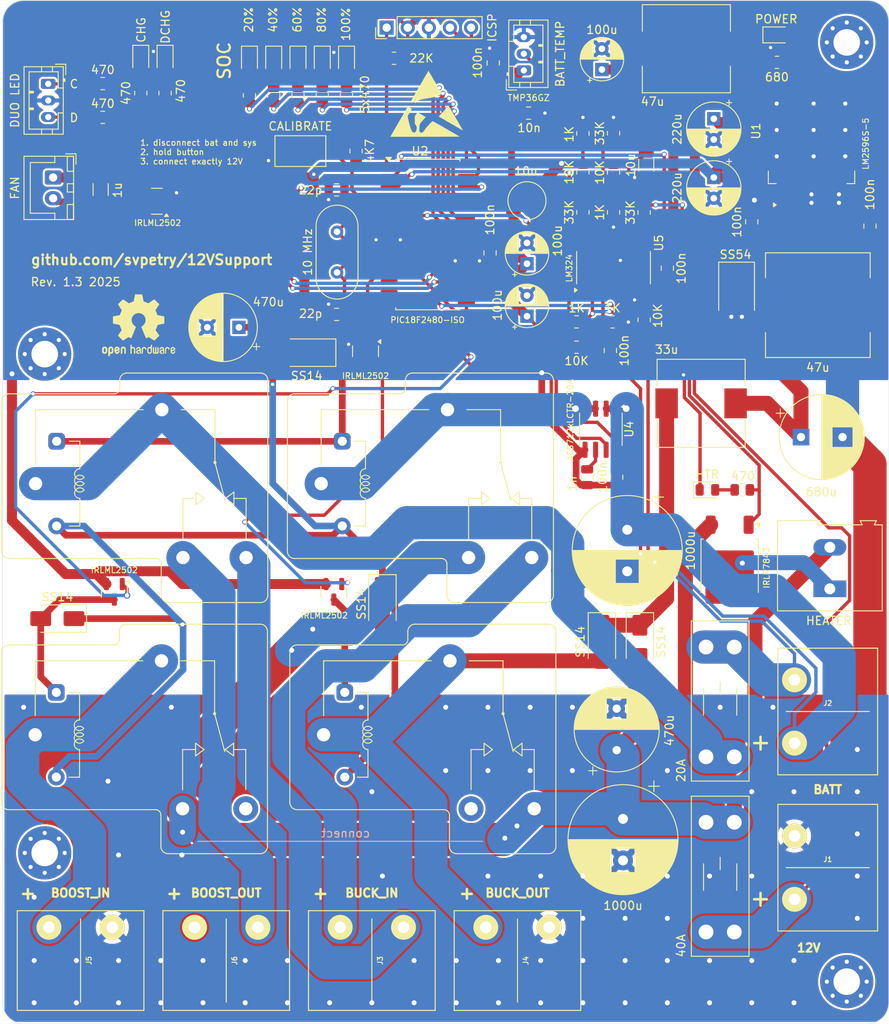
<source format=kicad_pcb>
(kicad_pcb (version 20241229) (generator "pcbnew") (generator_version "9.0")
  (title_block (date "2025-03-18") (rev "1.3"))
  (layers (0 "F.Cu" signal) (2 "B.Cu" signal) (13 "F.Paste" user) (15 "B.Paste" user) (5 "F.SilkS" user "F.Silkscreen") (7 "B.SilkS" user "B.Silkscreen") (1 "F.Mask" user) (3 "B.Mask" user) (25 "Edge.Cuts" user))
  (net 0 "")
  (net 1 "GND")
  (net 2 "VCC")
  (net 3 "+12V")
  (net 4 "Net-(J7-Pin_2)")
  (net 5 "/Sensors/V+_OP")
  (net 6 "Net-(U4-FILTER)")
  (net 7 "/MCU/OSC2")
  (net 8 "Net-(U5A-+)")
  (net 9 "/MCU/OSC1")
  (net 10 "Net-(D1-K)")
  (net 11 "Net-(D2-A)")
  (net 12 "Net-(D3-A)")
  (net 13 "Net-(D4-A)")
  (net 14 "Net-(D6-A)")
  (net 15 "Net-(D7-A)")
  (net 16 "Net-(D8-A)")
  (net 17 "Net-(D9-A)")
  (net 18 "Net-(D10-A)")
  (net 19 "Net-(D11-A)")
  (net 20 "Net-(D12-A)")
  (net 21 "Net-(D13-A)")
  (net 22 "SYS_VOLTAGE")
  (net 23 "Net-(C20-Pad2)")
  (net 24 "BUCK-")
  (net 25 "/BUCK_OUT+")
  (net 26 "/BOOST_IN+")
  (net 27 "/BO+")
  (net 28 "/BO-")
  (net 29 "Net-(J8-Pin_1)")
  (net 30 "/MCU/VPP")
  (net 31 "/MCU/PGD")
  (net 32 "/MCU/PGC")
  (net 35 "REL_BUCK_OUT")
  (net 36 "REL_BOOST_IN")
  (net 37 "REL_CHARGE")
  (net 38 "REL_HEATER")
  (net 39 "TEMP_SENSE")
  (net 40 "Net-(R3-Pad2)")
  (net 41 "Net-(R6-Pad2)")
  (net 42 "Net-(U2-TX{slash}CK{slash}RC6)")
  (net 43 "Net-(U2-RX{slash}DT{slash}RC7)")
  (net 44 "Net-(U2-RB0{slash}INT0{slash}AN10)")
  (net 45 "Net-(U2-RB1{slash}INT1{slash}AN8)")
  (net 46 "Net-(U2-RB2{slash}AN8{slash}INT2{slash}CANTX)")
  (net 47 "Net-(U2-RB3{slash}CANRX)")
  (net 48 "Net-(U2-RB4{slash}KBI0{slash}AN9)")
  (net 49 "Net-(J10-Pin_2)")
  (net 50 "12V_SENSE")
  (net 51 "BAT_SENSE")
  (net 52 "CURR_SENSE")
  (net 55 "BUCK+")
  (net 56 "Net-(U5A--)")
  (net 58 "EN_BOOST_IN")
  (net 59 "Net-(U5C-+)")
  (net 60 "Net-(U5D--)")
  (net 61 "VDD")
  (net 62 "Net-(D15-A)")
  (net 63 "/MCU/FAN")
  (net 64 "Net-(J11-Pin_1)")
  (net 65 "Net-(J11-Pin_3)")
  (net 66 "Net-(K2-Pad11A)")
  (net 67 "BAT+")
  (net 68 "BAT-")
  (net 69 "/MCU/CAL")
  (net 70 "VCC_MCU")
  (net 71 "Net-(D14-K)")
  (footprint "spetry:KF7.62_2P" (layer "F.Cu") (at 86.36 157.48 180)
    (property "Reference" "J3")
    (property "Value" "BUCK_IN")
  )
  (footprint "Capacitor_SMD:C_0805_2012Metric" (layer "F.Cu") (at 115.824 99.314 -90)
    (property "Reference" "C14" (hide yes))
    (property "Value" "100n")
  )
  (footprint "Capacitor_SMD:C_0805_2012Metric" (layer "F.Cu") (at 100.584 72.324 -90)
    (property "Reference" "C11" (hide yes))
    (property "Value" "100n")
  )
  (footprint "Inductor_SMD:L_10.4x10.4_H4.8" (layer "F.Cu") (at 125.984 90.424 180)
    (property "Reference" "L4" (hide yes))
    (property "Value" "33u")
  )
  (footprint "Resistor_SMD:R_0805_2012Metric" (layer "F.Cu") (at 58.553167 53.086 90)
    (property "Reference" "R10" (hide yes))
    (property "Value" "470")
  )
  (footprint "Package_SO:SOIC-28W_7.5x17.9mm_P1.27mm" (layer "F.Cu") (at 93.091 70.104)
    (property "Reference" "U2")
    (property "Value" "PIC18F2480-ISO")
  )
  (footprint "Resistor_SMD:R_0805_2012Metric" (layer "F.Cu") (at 115.443 57.912 90)
    (property "Reference" "R20" (hide yes))
    (property "Value" "33K")
  )
  (footprint "Resistor_SMD:R_0805_2012Metric" (layer "F.Cu") (at 71.628 53.3635 90)
    (property "Reference" "R12" (hide yes))
    (property "Value" "470" (hide yes))
  )
  (footprint "Resistor_SMD:R_0805_2012Metric" (layer "F.Cu") (at 115.443 67.437 -90)
    (property "Reference" "R7" (hide yes))
    (property "Value" "1K")
  )
  (footprint "Resistor_SMD:R_0805_2012Metric" (layer "F.Cu") (at 53.975 56.007)
    (property "Reference" "R22" (hide yes))
    (property "Value" "470")
  )
  (footprint "Package_TO_SOT_SMD:SOT-23" (layer "F.Cu") (at 60.485 66.101 180)
    (property "Reference" "Q7" (hide yes))
    (property "Value" "IRLML2502")
  )
  (footprint "Package_TO_SOT_SMD:SOT-23" (layer "F.Cu") (at 85.598 84.1525 -90)
    (property "Reference" "Q3" (hide yes))
    (property "Value" "IRLML2502")
  )
  (footprint "LED_SMD:LED_0805_2012Metric" (layer "F.Cu") (at 126.746 100.838)
    (property "Reference" "D8" (hide yes))
    (property "Value" "HEATER" (hide yes))
  )
  (footprint "Relay_THT:Relay_SPDT_RAYEX-L90" (layer "F.Cu") (at 80.558 130.31)
    (property "Reference" "K4" (hide yes))
    (property "Value" "SLA-05VDC-SL-C")
  )
  (footprint "Symbol:ESD-Logo_8.9x8mm_SilkScreen" (layer "F.Cu") (at 92.964 54.356)
    (property "Reference" "REF**" (hide yes))
    (property "Value" "ESD-Logo_8.9x8mm_SilkScreen" (hide yes))
  )
  (footprint "Symbol:OSHW-Logo2_9.8x8mm_SilkScreen" (layer "F.Cu") (at 58.293 81.026)
    (property "Reference" "REF**" (hide yes))
    (property "Value" "OSHW-Logo2_9.8x8mm_SilkScreen" (hide yes))
  )
  (footprint "spetry:Fuseholder_Blade" (layer "F.Cu") (at 129.977 140.837 -90)
    (property "Reference" "F2" (hide yes))
    (property "Value" "40A")
  )
  (footprint "LED_SMD:LED_0805_2012Metric" (layer "F.Cu") (at 77.47 49.124 -90)
    (property "Reference" "D11" (hide yes))
    (property "Value" "SOC3" (hide yes))
  )
  (footprint "Capacitor_SMD:C_0805_2012Metric" (layer "F.Cu") (at 112.268 99.314 -90)
    (property "Reference" "C13" (hide yes))
    (property "Value" "1n")
  )
  (footprint "Resistor_SMD:R_0805_2012Metric" (layer "F.Cu") (at 74.549 53.3635 90)
    (property "Reference" "R13" (hide yes))
    (property "Value" "470" (hide yes))
  )
  (footprint "Resistor_SMD:R_0805_2012Metric" (layer "F.Cu") (at 135.1045 49.3905)
    (property "Reference" "R19" (hide yes))
    (property "Value" "680")
  )
  (footprint "Connector_PinHeader_2.54mm:PinHeader_1x05_P2.54mm_Vertical" (layer "F.Cu") (at 88.138 45.212 90)
    (property "Reference" "J9" (hide yes))
    (property "Value" "ICSP")
  )
  (footprint "MountingHole:MountingHole_3.2mm_M3_Pad_Via" (layer "F.Cu") (at 143.51 46.99)
    (property "Reference" "REF**" (hide yes))
    (property "Value" "MountingHole_3.2mm_M3_Pad_Via" (hide yes))
  )
  (footprint "Resistor_SMD:R_0805_2012Metric" (layer "F.Cu") (at 84.455 60.071 90)
    (property "Reference" "R26" (hide yes))
    (property "Value" "4K7")
  )
  (footprint "Relay_THT:Relay_SPDT_RAYEX-L90" (layer "F.Cu") (at 45.845 130.31)
    (property "Reference" "K3" (hide yes))
    (property "Value" "SLA-05VDC-SL-C")
  )
  (footprint "Resistor_SMD:R_0805_2012Metric" (layer "F.Cu") (at 53.975 51.943)
    (property "Reference" "R25" (hide yes))
    (property "Value" "470")
  )
  (footprint "Capacitor_SMD:C_0805_2012Metric" (layer "F.Cu") (at 100.965 49.464 90)
    (property "Reference" "C16" (hide yes))
    (property "Value" "100n")
  )
  (footprint "Resistor_SMD:R_0805_2012Metric" (layer "F.Cu") (at 119.126 80.3675 90)
    (property "Reference" "R8" (hide yes))
    (property "Value" "10K")
  )
  (footprint "Inductor_SMD:L_12x12mm_H6mm" (layer "F.Cu") (at 140.032 78.61)
    (property "Reference" "L1" (hide yes))
    (property "Value" "47u")
  )
  (footprint "Resistor_SMD:R_0805_2012Metric" (layer "F.Cu") (at 89.027 48.895 180)
    (property "Reference" "R23" (hide yes))
    (property "Value" "22K")
  )
  (footprint "spetry:KF7.62_2P" (layer "F.Cu") (at 141.224 127.508 -90)
    (property "Reference" "J2")
    (property "Value" "BATT")
  )
  (footprint "Capacitor_SMD:C_0805_2012Metric" (layer "F.Cu") (at 146.304 69.088 90)
    (property "Reference" "C4" (hide yes))
    (property "Value" "100n")
  )
  (footprint "Button_Switch_SMD:SW_SPST_CK_RS282G05A3" (layer "F.Cu") (at 77.761 60.071 180)
    (property "Reference" "SW1" (hide yes))
    (property "Value" "CALIBRATE")
  )
  (footprint "MountingHole:MountingHole_3.2mm_M3_Pad_Via" (layer "F.Cu") (at 143.51 160.02)
    (property "Reference" "REF**" (hide yes))
    (property "Value" "MountingHole_3.2mm_M3_Pad_Via" (hide yes))
  )
  (footprint "Resistor_SMD:R_0805_2012Metric" (layer "F.Cu") (at 119.126 67.4605 -90)
    (property "Reference" "R5" (hide yes))
    (property "Value" "33K")
  )
  (footprint "MountingHole:MountingHole_3.2mm_M3_Pad_Via" (layer "F.Cu") (at 46.99 144.526)
    (property "Reference" "REF**" (hide yes))
    (property "Value" "MountingHole_3.2mm_M3_Pad_Via" (hide yes))
  )
  (footprint "LED_SMD:LED_0805_2012Metric" (layer "F.Cu") (at 74.549 49.124 -90)
    (property "Reference" "D10" (hide yes))
    (property "Value" "SOC2" (hide yes))
  )
  (footprint "Resistor_SMD:R_0805_2012Metric" (layer "F.Cu") (at 61.474167 53.086 90)
    (property "Reference" "R9" (hide yes))
    (property "Value" "470")
  )
  (footprint "Resistor_SMD:R_0805_2012Metric" (layer "F.Cu") (at 130.937 100.838 180)
    (property "Reference" "R11" (hide yes))
    (property "Value" "470")
  )
  (footprint "Resistor_SMD:R_0805_2012Metric" (layer "F.Cu") (at 111.76 67.437 -90)
    (property "Reference" "R2" (hide yes))
    (property "Value" "33K")
  )
  (footprint "MountingHole:MountingHole_3.2mm_M3_Pad_Via" (layer "F.Cu") (at 46.99 84.501056)
    (property "Reference" "REF**" (hide yes))
    (property "Value" "MountingHole_3.2mm_M3_Pad_Via" (hide yes))
  )
  (footprint "Capacitor_SMD:C_1206_3216Metric" (layer "F.Cu") (at 53.721 64.692 -90)
    (property "Reference" "C19" (hide yes))
    (property "Value" "1u")
  )
  (footprint "spetry:KF7.62_2P" (layer "F.Cu") (at 68.834 157.48 180)
    (property "Reference" "J6")
    (property "Value" "BOOST_OUT")
  )
  (footprint "Resistor_SMD:R_0805_2012Metric" (layer "F.Cu") (at 111.76 57.9355 90)
    (property "Reference" "R4" (hide yes))
    (property "Value" "1K")
  )
  (footprint "Capacitor_SMD:C_0805_2012Metric" (layer "F.Cu") (at 132.08 68.58 90)
    (property "Reference" "C5" (hide yes))
    (property "Value" "100n")
  )
  (footprint "LED_SMD:LED_0805_2012Metric" (layer "F.Cu") (at 58.553167 49.022 -90)
    (property "Reference" "D7" (hide yes))
    (property "Value" "CHG" (hide yes))
  )
  (footprint "Resistor_SMD:R_0805_2012Metric" (layer "F.Cu") (at 111.76 62.611 90)
    (property "Reference" "R3" (hide yes))
    (property "Value" "10K")
  )
  (footprint "Crystal:Crystal_HC18-U_Vertical" (layer "F.Cu") (at 82.169 69.776 -90)
    (property "Reference" "Y1" (hide yes))
    (property "Value" "10 MHz")
  )
  (footprint "Package_TO_SOT_SMD:SOT-23" (layer "F.Cu") (at 55.372 113.1085 -90)
    (property "Reference" "Q2" (hide yes))
    (property "Value" "IRLML2502")
  )
  (footprint "Diode_SMD:D_SMA" (layer "F.Cu") (at 78.518 84.328 180)
    (property "Reference" "D2" (hide yes))
    (property "Value" "SS14")
  )
  (footprint "Resistor_SMD:R_0805_2012Metric" (layer "F.Cu") (at 110.998 83.6695)
    (property "Reference" "R17" (hide yes))
    (property "Value" "10K")
  )
  (footprint "Capacitor_SMD:C_0805_2012Metric" (layer "F.Cu") (at 115.062 84.074 90)
    (property "Reference" "C10" (hide yes))
    (property "Value" "100n")
  )
  (footprint "LED_SMD:LED_0805_2012Metric" (layer "F.Cu") (at 80.391 49.124 -90)
    (property "Reference" "D12" (hide yes))
    (property "Value" "SOC4" (hide yes))
  )
  (footprint "Capacitor_THT:CP_Radial_D8.0mm_P3.80mm" (layer "F.Cu") (at 70.358 81.28 180)
    (property "Reference" "C23" (hide yes))
    (property "Value" "470u")
  )
  (footprint "Capacitor_SMD:C_0805_2012Metric" (layer "F.Cu") (at 82.12 79.719 180)
    (property "Reference" "C15" (hide yes))
    (property "Value" "22p")
  )
  (footprint "Diode_SMD:D_SMA" (layer "F.Cu") (at 87.63 114.554 -90)
    (property "Reference" "D4" (hide yes))
    (property "Value" "SS14")
  )
  (footprint "Diode_SMD:D_SMA" (layer "F.Cu") (at 114.046 119.126 -90)
    (property "Reference" "D14" (hide yes))
    (property "Value" "SS14")
  )
  (footprint "Resistor_SMD:R_0805_2012Metric" (layer "F.Cu") (at 83.312 53.3635 90)
    (property "Reference" "R16" (hide yes))
    (property "Value" "470" (hide yes))
  )
  (footprint "Resistor_SMD:R_0805_2012Metric" (layer "F.Cu") (at 110.998 80.6215 180)
    (property "Reference" "R1" (hide yes))
    (property "Value" "1K")
  )
  (footprint "Package_TO_SOT_SMD:SOT-23" (layer "F.Cu") (at 81.788 113.1085 -90)
    (property "Reference" "Q1" (hide yes))
    (property "Value" "IRLML2502")
  )
  (footprint "Capacitor_THT:CP_Radial_D13.0mm_P5.00mm" (layer "F.Cu") (at 117.094 105.634785 -90)
    (property "Reference" "C20" (hide yes))
    (property "Value" "1000u")
  )
  (footprint "Resistor_SMD:R_0805_2012Metric" (layer "F.Cu") (at 115.443 62.6345 -90)
    (property "Reference" "R6" (hide yes))
    (property "Value" "10K")
  )
  (footprint "spetry:KF7.62_2P" (layer "F.Cu") (at 51.308 157.48 180)
    (property "Reference" "J5")
    (property "Value" "BOOST_IN")
  )
  (footprint "Capacitor_SMD:C_0805_2012Metric" (layer "F.Cu") (at 82.12 64.733 180)
    (property "Reference" "C17" (hide yes))
    (property "Value" "22p")
  )
  (footprint "Capacitor_THT:CP_Radial_D6.3mm_P2.50mm" (layer "F.Cu") (at 127.508 63.246 -90)
    (property "Reference" "C1" (hide yes))
    (property "Value" "220u")
  )
  (footprint "Relay_THT:Relay_SPDT_RAYEX-L90" (layer "F.Cu") (at 80.262 100.084)
    (property "Reference" "K2" (hide yes))
    (property "Value" "SLA-05VDC-SL-C")
  )
  (footprint "Capacitor_THT:CP_Radial_D10.0mm_P5.00mm" (layer "F.Cu") (at 138.002 94.488)
    (property "Reference" "C2" (hide yes))
    (property "Value" "680u")
  )
  (footprint "Diode_SMD:D_SMB" (layer "F.Cu") (at 130.253 77.093 -90)
    (property "Reference" "D1" (hide yes))
    (property "Value" "SS54")
  )
  (footprint "LED_SMD:LED_0805_2012Metric" (layer "F.Cu") (at 61.474167 49.022 -90)
    (property "Reference" "D6" (hide yes))
    (property "Value" "DCHG" (hide yes))
  )
  (footprint "Capacitor_THT:CP_Radial_D5.0mm_P2.50mm" (layer "F.Cu") (at 105.029 73.62 90)
    (property "Reference" "C12" (hide yes))
    (property "Value" "100u")
  )
  (footprint "Package_TO_SOT_SMD:TO-252-2" (layer "F.Cu") (at 129.419 110.069 -90)
    (property "Reference" "Q4" (hide yes))
    (property "Value" "IRLR7843")
  )
  (footprint "Resistor_SMD:R_0805_2012Metric" (layer "F.Cu") (at 77.47 53.3635 90)
    (property "Reference" "R14" (hide yes))
    (property "Value" "470" (hide yes))
  )
  (footprint "Package_SO:SOIC-8_3.9x4.9mm_P1.27mm" (layer "F.Cu") (at 113.919 93.537 -90)
    (property "Reference" "U4")
    (property "Value" "ACS712xLCTR-20A")
  )
  (footprint "Connector_JST:JST_PH_B3B-PH-K_1x03_P2.00mm_Vertical" (layer "F.Cu") (at 47.413 51.975 -90)
    (property "Reference" "J11" (hide yes))
    (property "Value" "DUO LED")
  )
  (footprint "Capacitor_THT:CP_Radial_D5.0mm_P2.50mm" (layer "F.Cu") (at 105.029 79.945113 90)
    (property "Reference" "C18" (hide yes))
    (property "Value" "100u")
  )
  (footprint "Package_TO_SOT_SMD:TO-263-5_TabPin3" (layer "F.Cu") (at 139.27 59.155 90)
    (property "Reference" "U1")
    (property "Value" "LM2596S-5")
  )
  (footprint "Capacitor_THT:CP_Radial_D5.0mm_P2.50mm" (layer "F.Cu") (at 114.046 50.252 90)
    (property "Reference" "C9" (hide yes))
    (property "Value" "100u")
  )
  (footprint "Connector_JST:JST_XH_B2B-XH-A_1x02_P2.50mm_Vertical" (layer "F.Cu") (at 48.006 63.246 -90)
    (property "Reference" "J10" (hide yes))
    (property "Value" "FAN")
  )
  (footprint "Capacitor_THT:CP_Radial_D6.3mm_P2.50mm" (layer "F.Cu") (at 127.508 56.174 -90)
    (property "Reference" "C22" (hide yes))
    (property "Value" "220u")
  )
  (footprint "LED_SMD:LED_0805_2012Metric" (layer "F.Cu") (at 71.628 49.124 -90)
    (property "Reference" "D9" (hide yes))
    (property "Value" "SOC1" (hide yes))
  )
  (footprint "Relay_THT:Relay_SPDT_RAYEX-L90" (layer "F.Cu") (at 45.887 100.086)
    (property "Reference" "K1" (hide yes))
    (property "Value" "SLA-05VDC-SL-C")
  )
  (footprint "Capacitor_THT:CP_Radial_D13.0mm_P5.00mm" (layer "F.Cu") (at 116.586 140.432785 -90)
    (property "Reference" "C3" (hide yes))
    (property "Value" "1000u")
  )
  (footprint "Capacitor_SMD:C_0805_2012Metric" (layer "F.Cu") (at 105.222 55.499)
    (property "Reference" "C7" (hide yes))
    (property "Value" "10n")
  )
  (footprint "Inductor_SMD:L_10.4x10.4_H4.8" (layer "F.Cu") (at 124.206 47.752)
    (property "Reference" "L2" (hide yes))
    (property "Value" "47u")
  )
  (footprint "LED_SMD:LED_0805_2012Metric" (layer "F.Cu") (at 83.312 49.124 -90)
    (property "Reference" "D13" (hide yes))
    (property "Value" "SOC5" (hide yes))
  )
  (footprint "spetry:KF7.62_2P" (layer "F.Cu") (at 103.886 157.48 180)
    (property "Reference" "J4")
    (property "Value" "BUCK_OUT")
  )
  (footprint "Resistor_SMD:R_0805_2012Metric" (layer "F.Cu") (at 80.391 53.3635 90)
    (property "Reference" "R15" (hide yes))
    (property "Value" "470" (hide yes))
  )
  (footprint "spetry:CD43" (layer "F.Cu") (at 105.029 66.04 180)
    (property "Reference" "L3" (hide yes))
    (property "Value" "10u")
  )
  (footprint "spetry:KF7.62_2P" (layer "F.Cu") (at 141.224 146.304 -90)
    (property "Reference" "J1")
    (property "Value" "12V")
  )
  (footprint "Connector_JST:JST_PH_B3B-PH-K_1x03_P2.00mm_Vertical" (layer "F.Cu") (at 104.648 50.355 90)
    (property "Reference" "J7" (hide yes))
    (property "Value" "TMP36GZ" (hide yes))
  )
  (footprint "LED_SMD:LED_0805_2012Metric" (layer "F.Cu") (at 135.1045 46.0885)
    (property "Reference" "D15" (hide yes))
    (property "Value" "POWER")
  )
  (footprint "spetry:Fuseholder_Blade" (layer "F.Cu") (at 129.977 119.755 -90)
    (property "Reference" "F1" (hide yes))
    (property "Value" "20A")
  )
  (footprint "Diode_SMD:D_SMA" (layer "F.Cu") (at 48.514 116.332 180)
    (property "Reference" "D3" (hide yes))
    (property "Value" "SS14")
  )
  (footprint "TerminalBlock:TerminalBlock_Altech_AK300-2_P5.00mm" (layer "F.Cu") (at 141.478 112.747 90)
    (property "Reference" "J8" (hide yes))
    (property "Value" "HEATER")
  )
  (footprint "Resistor_SMD:R_0805_2012Metric" (layer "F.Cu") (at 115.316 80.6215 180)
    (property "Reference" "R18" (hide yes))
    (property "Value" "1K")
  )
  (footprint "Capacitor_THT:CP_Radial_D10.0mm_P5.00mm" (layer "F.Cu") (at 115.824 132.161677 90)
    (property "Reference" "C21" (hide yes))
    (property "Value" "470u")
  )
  (footprint "Package_SO:SOIC-14_3.9x8.7mm_P1.27mm" (layer "F.Cu") (at 115.443 74.103 90)
    (property "Reference" "U5")
    (property "Value" "LM324")
  )
  (footprint "Capacitor_SMD:C_0805_2012Metric" (layer "F.Cu") (at 121.92 74.168 90)
    (property "Reference" "C8" (hide yes))
    (property "Value" "100n")
  )
  (footprint "Capacitor_SMD:C_1206_3216Metric_Pad1.33x1.80mm_HandSolder" (layer "F.Cu") (at 119.38 61.7605 -90)
    (property "Reference" "C6" (hide yes))
    (property "Value" "10u")
  )
  (footprint "Diode_SMD:D_SMA" (layer "F.Cu") (at 118.618 119.126 -90)
    (property "Reference" "D5" (hide yes))
    (property "Value" "SS14")
  )
  (gr_circle (center 105.029 66.04) (end 103.759 67.945) (stroke (width 0.12)) (fill no) (layer "F.SilkS"))
  (gr_line (start 65.405 143.129) (end 99.695 143.129) (stroke (width 0.12)) (layer "B.SilkS"))
  (gr_line (start 146.05 41.91) (end 44.45 41.91) (stroke (width 0.05)) (layer "Edge.Cuts"))
  (gr_arc (start 41.91 44.45) (mid 42.653949 42.653949) (end 44.45 41.91) (stroke (width 0.05)) (layer "Edge.Cuts"))
  (gr_line (start 41.91 44.45) (end 41.91 162.56) (stroke (width 0.05)) (layer "Edge.Cuts"))
  (gr_arc (start 148.59 162.56) (mid 147.846051 164.356051) (end 146.05 165.1) (stroke (width 0.05)) (layer "Edge.Cuts"))
  (gr_line (start 148.59 162.56) (end 148.59 44.45) (stroke (width 0.05)) (layer "Edge.Cuts"))
  (gr_arc (start 44.45 165.1) (mid 42.653949 164.356051) (end 41.91 162.56) (stroke (width 0.05)) (layer "Edge.Cuts"))
  (gr_arc (start 146.05 41.91) (mid 147.846051 42.653949) (end 148.59 44.45) (stroke (width 0.05)) (layer "Edge.Cuts"))
  (gr_line (start 44.45 165.1) (end 146.05 165.1) (stroke (width 0.05)) (layer "Edge.Cuts"))
  (gr_text "CHG" (at 59.188167 47.117 90) (layer "F.SilkS") (effects (font (size 1 1)) (justify left bottom)))
  (gr_text "+" (at 131.699 132.334 0) (layer "F.SilkS") (effects (font (size 2 2) (thickness 0.3)) (justify left bottom)))
  (gr_text "D" (at 49.911 56.642 0) (layer "F.SilkS") (effects (font (size 1 1)) (justify left bottom)))
  (gr_text "60%" (at 77.978 45.894 90) (layer "F.SilkS") (effects (font (size 1 1)) (justify left bottom)))
  (gr_text "+" (at 79.417332 148.336 270) (layer "F.SilkS") (effects (font (size 1.5 1.5) (thickness 0.3) (bold yes)) (justify left bottom)))
  (gr_text "HTR" (at 125.222 99.568 0) (layer "F.SilkS") (effects (font (size 1 1)) (justify left bottom)))
  (gr_text "DCHG" (at 62.109167 47.244 90) (layer "F.SilkS") (effects (font (size 1 1)) (justify left bottom)))
  (gr_text "20%" (at 72.136 45.894 90) (layer "F.SilkS") (effects (font (size 1 1)) (justify left bottom)))
  (gr_text "SOC" (at 69.469 51.609 90) (layer "F.SilkS") (effects (font (size 1.5 1.5) (thickness 0.25) (bold yes)) (justify left bottom)))
  (gr_text "+" (at 44.196 148.336 270) (layer "F.SilkS") (effects (font (size 1.5 1.5) (thickness 0.3) (bold yes)) (justify left bottom)))
  (gr_text "80%" (at 80.899 45.894 90) (layer "F.SilkS") (effects (font (size 1 1)) (justify left bottom)))
  (gr_text "github.com/svpetry/12VSupport" (at 45.212 73.152 0) (layer "F.SilkS") (effects (font (size 1.2 1.2) (thickness 0.25) (bold yes)) (justify left)))
  (gr_text "40%" (at 75.057 45.894 90) (layer "F.SilkS") (effects (font (size 1 1)) (justify left bottom)))
  (gr_text "Rev. 1.3 2025" (at 45.212 75.819 0) (layer "F.SilkS") (effects (font (size 1 1)) (justify left)))
  (gr_text "TMP36GZ" (at 102.616 54.102 0) (layer "F.SilkS") (effects (font (size 0.75 0.75) (thickness 0.12)) (justify left bottom)))
  (gr_text "+" (at 61.806666 148.336 270) (layer "F.SilkS") (effects (font (size 1.5 1.5) (thickness 0.3) (bold yes)) (justify left bottom)))
  (gr_text "C" (at 49.911 52.578 0) (layer "F.SilkS") (effects (font (size 1 1)) (justify left bottom)))
  (gr_text "1. disconnect bat and sys\n2. hold button\n3. connect exactly 12V" (at 58.42 61.722 0) (layer "F.SilkS") (effects (font (size 0.7 0.7) (thickness 0.12) (bold yes)) (justify left bottom)))
  (gr_text "+" (at 97.028 148.336 270) (layer "F.SilkS") (effects (font (size 1.5 1.5) (thickness 0.3) (bold yes)) (justify left bottom)))
  (gr_text "5x470" (at 86.106 55.673 90) (layer "F.SilkS") (effects (font (size 1 1)) (justify left bottom)))
  (gr_text "BATT_TEMP" (at 109.601 52.451 90) (layer "F.SilkS") (effects (font (size 1 1)) (justify left bottom)))
  (gr_text "+" (at 131.699 151.13 0) (layer "F.SilkS") (effects (font (size 2 2) (thickness 0.3)) (justify left bottom)))
  (gr_text "100%" (at 83.82 46.91 90) (layer "F.SilkS") (effects (font (size 1 1)) (justify left bottom)))
  (gr_text "connect" (at 86.233 142.748 0) (layer "B.SilkS") (effects (font (size 1 1)) (justify left bottom mirror)))
  (segment (start 84.648 83.215) (end 83.663 83.215) (width 0.8) (layer "F.Cu") (net 1))
  (segment (start 43.053 86.868) (end 43.053 104.521) (width 1.2) (layer "F.Cu") (net 1))
  (segment (start 81.17 79.719) (end 81.17 78.503) (width 0.4) (layer "F.Cu") (net 1))
  (segment (start 53.55352 110.6335) (end 62.021808 110.6335) (width 1.2) (layer "F.Cu") (net 1))
  (segment (start 81.17 64.733) (end 81.17 65.896) (width 0.4) (layer "F.Cu") (net 1))
  (segment (start 124.087 108.081) (end 124.087 126.611) (width 1.8) (layer "F.Cu") (net 1))
  (segment (start 83.312 48.1865) (end 81.788 48.1865) (width 0.4) (layer "F.Cu") (net 1))
  (segment (start 81.17 78.503) (end 81.153 78.486) (width 0.4) (layer "F.Cu") (net 1))
  (segment (start 88.441 70.739) (end 89.789 70.739) (width 0.8) (layer "F.Cu") (net 1))
  (segment (start 97.741 73.279) (end 96.393 73.279) (width 0.8) (layer "F.Cu") (net 1))
  (segment (start 100.5332 48.514) (end 100.5332 47.686) (width 0.4) (layer "F.Cu") (net 1))
  (segment (start 134.167 47.437) (end 134.3425 47.6125) (width 0.4) (layer "F.Cu") (net 1))
  (segment (start 71.628 48.1865) (end 74.549 48.1865) (width 0.4) (layer "F.Cu") (net 1))
  (segment (start 144.911 66.745) (end 142.73 66.745) (width 1.2) (layer "F.Cu") (net 1))
  (segment (start 81.17 65.896) (end 81.153 65.913) (width 0.4) (layer "F.Cu") (net 1))
  (segment (start 146.304 68.138) (end 144.911 66.745) (width 1.2) (layer "F.Cu") (net 1))
  (segment (start 132.08 66.294) (end 132.08 67.63) (width 1.2) (layer "F.Cu") (net 1))
  (segment (start 116.263184 73.218) (end 115.443 72.397816) (width 0.8) (layer "F.Cu") (net 1))
  (segment (start 112.268 100.264) (end 111.543 100.264) (width 0.8) (layer "F.Cu") (net 1))
  (segment (start 106.807 91.65632) (end 106.807 86.741) (width 0.8) (layer "F.Cu") (net 1))
  (segment (start 111.543 100.264) (end 110.943 99.664) (width 0.8) (layer "F.Cu") (net 1))
  (segment (start 74.549 48.1865) (end 77.47 48.1865) (width 0.4) (layer "F.Cu") (net 1))
  (segment (start 146.304 97.79) (end 146.304 126.492) (width 4) (layer "F.Cu") (net 1))
  (segment (start 116.713 76.578) (end 117.983 76.578) (width 0.4) (layer "F.Cu") (net 1))
  (segment (start 125.857 91.613056) (end 125.857 100.7895) (width 0.4) (layer "F.Cu") (net 1))
  (segment (start 106.172 55.499) (end 107.188 55.499) (width 0.4) (layer "F.Cu") (net 1))
  (segment (start 134.167 46.0885) (end 134.167 47.437) (width 0.4) (layer "F.Cu") (net 1))
  (segment (start 77.47 48.1865) (end 80.391 48.1865) (width 0.4) (layer "F.Cu") (net 1))
  (segment (start 142.73 66.745) (end 142.67 66.805) (width 1.2) (layer "F.Cu") (net 1))
  (segment (start 121.92 73.218) (end 116.263184 73.218) (width 0.8) (layer "F.Cu") (net 1))
  (segment (start 115.443 72.397816) (end 115.443 71.628) (width 0.8) (layer "F.Cu") (net 1))
  (segment (start 53.21901 110.96801) (end 53.55352 110.6335) (width 1.2) (layer "F.Cu") (net 1))
  (segment (start 143.002 94.488) (end 146.304 97.79) (width 4) (layer "F.Cu") (net 1))
  (segment (start 123.9712 87.095) (end 123.9712 89.727256) (width 0.4) (layer "F.Cu") (net 1))
  (segment (start 110.943 97.083) (end 112.014 96.012) (width 0.8) (layer "F.Cu") (net 1))
  (segment (start 124.087 126.611) (end 124.079 126.619) (width 1.8) (layer "F.Cu") (net 1))
  (segment (start 117.983 76.578) (end 117.983 77.978) (width 0.4) (layer "F.Cu") (net 1))
  (segment (start 61.4225 65.151) (end 62.7835 65.151) (width 0.8) (layer "F.Cu") (net 1))
  (segment (start 132.4 65.974) (end 132.08 66.294) (width 1.2) (layer "F.Cu") (net 1))
  (segment (start 118.06 63.323) (end 117.983 63.246) (width 0.5) (layer "F.Cu") (net 1))
  (segment (start 127.139 105.029) (end 124.087 108.081) (width 1.8) (layer "F.Cu") (net 1))
  (segment (start 123.8712 86.995) (end 123.9712 87.095) (width 0.4) (layer "F.Cu") (net 1))
  (segment (start 58.553167 48.0845) (end 60.077167 48.0845) (width 0.4) (layer "F.Cu") (net 1))
  (segment (start 116.2285 80.6215) (end 117.1975 80.6215) (width 0.4) (layer "F.Cu") (net 1))
  (segment (start 62.7835 65.151) (end 62.8495 65.085) (width 0.8) (layer "F.Cu") (net 1))
  (segment (start 53.21901 110.96801) (end 54.422 112.171) (width 1.2) (layer "F.Cu") (net 1))
  (segment (start 80.391 48.1865) (end 81.788 48.1865) (width 0.4) (layer "F.Cu") (net 1))
  (segment (start 115.443 56.9995) (end 115.443 56.007) (width 0.4) (layer "F.Cu") (net 1))
  (segment (start 83.663 83.215) (end 83.566 83.312) (width 0.8) (layer "F.Cu") (net 1))
  (segment (start 123.9712 89.727256) (end 125.857 91.613056) (width 0.4) (layer "F.Cu") (net 1))
  (segment (start 43.053 104.521) (end 49.50001 110.96801) (width 1.2) (layer "F.Cu") (net 1))
  (segment (start 111.76 57.023) (end 111.76 56.007) (width 0.4) (layer "F.Cu") (net 1))
  (segment (start 119.38 63.323) (end 118.06 63.323) (width 0.5) (layer "F.Cu") (net 1))
  (segment (start 112.014 96.012) (end 111.887 96.139) (width 0.8) (layer "F.Cu") (net 1))
  (segment (start 73.861 61.161) (end 73.914 61.214) (width 0.4) (layer "F.Cu") (net 1))
  (segment (start 111.887 96.139) (end 111.28968 96.139) (width 0.8) (layer "F.Cu") (net 1))
  (segment (start 112.268 100.264) (end 115.824 100.264) (width 0.8) (layer "F.Cu") (net 1))
  (segment (start 62.021808 110.6335) (end 63.559308 112.171) (width 1.2) (layer "F.Cu") (net 1))
  (segment (start 97.741 73.279) (end 99.314 73.279) (width 0.8) (layer "F.Cu") (net 1))
  (segment (start 63.559308 112.171) (end 80.838 112.171) (width 1.2) (layer "F.Cu") (net 1))
  (segment (start 111.28968 96.139) (end 106.807 91.65632) (width 0.8) (layer "F.Cu") (net 1))
  (segment (start 110.943 99.664) (end 110.943 97.083) (width 0.8) (layer "F.Cu") (net 1))
  (segment (start 61.474167 48.0845) (end 60.077167 48.0845) (width 0.4) (layer "F.Cu") (net 1))
  (segment (start 88.441 70.739) (end 86.868 70.739) (width 0.8) (layer "F.Cu") (net 1))
  (segment (start 100.579 73.279) (end 100.584 73.274) (width 0.8) (layer "F.Cu") (net 1))
  (segment (start 49.50001 110.96801) (end 53.21901 110.96801) (width 1.2) (layer "F.Cu") (net 1))
  (segment (start 115.443 68.3495) (end 115.443 69.215) (width 0.4) (layer "F.Cu") (net 1))
  (segment (start 125.857 100.7895) (end 125.8085 100.838) (width 0.4) (layer "F.Cu") (net 1))
  (segment (start 99.314 73.279) (end 100.579 73.279) (width 0.8) (layer "F.Cu") (net 1))
  (segment (start 117.1975 80.6215) (end 117.221 80.645) (width 0.4) (layer "F.Cu") (net 1))
  (segment (start 73.861 60.071) (end 73.861 61.161) (width 0.4) (layer "F.Cu") (net 1))
  (via (at 132.08 157.48) (size 1) (drill 0.6) (layers "F.Cu" "B.Cu") (net 1))
  (via (at 66.04 157.48) (size 1) (drill 0.6) (layers "F.Cu" "B.Cu") (net 1))
  (via (at 110.49 127) (size 1) (drill 0.6) (layers "F.Cu" "B.Cu") (net 1))
  (via (at 115.443 69.215) (size 0.6) (drill 0.4) (layers "F.Cu" "B.Cu") (net 1))
  (via (at 60.077167 48.0845) (size 0.6) (drill 0.4) (layers "F.Cu" "B.Cu") (net 1))
  (via (at 139.524 54.353) (size 0.8) (drill 0.5) (layers "F.Cu" "B.Cu") (net 1))
  (via (at 135.079 57.528) (size 0.8) (drill 0.5) (layers "F.Cu" "B.Cu") (net 1))
  (via (at 106.68 147.32) (size 1) (drill 0.6) (layers "F.Cu" "B.Cu") (net 1))
  (via (at 116.84 152.4) (size 1) (drill 0.6) (layers "F.Cu" "B.Cu") (net 1))
  (via (at 76.2 157.48) (size 1) (drill 0.6) (layers "F.Cu" "B.Cu") (net 1))
  (via (at 107.188 55.499) (size 0.6) (drill 0.4) (layers "F.Cu" "B.Cu") (net 1))
  (via (at 123.8712 86.995) (size 0.6) (drill 0.4) (layers "F.Cu" "B.Cu") (net 1))
  (via (at 45.72 149.86) (size 1) (drill 0.6) (layers "F.Cu" "B.Cu") (net 1))
  (via (at 99.314 73.279) (size 0.6) (drill 0.4) (layers "F.Cu" "B.Cu") (net 1))
  (via (at 137.16 162.56) (size 1) (drill 0.6) (layers "F.Cu" "B.Cu") (net 1))
  (via (at 95.25 127) (size 1) (drill 0.6) (layers "F.Cu" "B.Cu") (net 1))
  (via (at 81.788 48.1865) (size 0.6) (drill 0.4) (layers "F.Cu" "B.Cu") (net 1))
  (via (at 117.983 63.246) (size 0.6) (drill 0.4) (layers "F.Cu" "B.Cu") (net 1))
  (via (at 66.04 162.56) (size 1) (drill 0.6) (layers "F.Cu" "B.Cu") (net 1))
  (via (at 130.888 80.007) (size 0.8) (drill 0.5) (layers "F.Cu" "B.Cu") (net 1))
  (via (at 144.78 152.4) (size 1) (drill 0.6) (layers "F.Cu" "B.Cu") (net 1))
  (via (at 143.334 60.703) (size 0.8) (drill 0.5) (layers "F.Cu" "B.Cu") (net 1))
  (via (at 62.8495 65.085) (size 0.6) (drill 0.4) (layers "F.Cu" "B.Cu") (net 1))
  (via (at 91.44 157.48) (size 1) (drill 0.6) (layers "F.Cu" "B.Cu") (net 1))
  (via (at 111.76 147.32) (size 1) (drill 0.6) (layers "F.Cu" "B.Cu") (net 1))
  (via (at 100.33 134.62) (size 1) (drill 0.6) (layers "F.Cu" "B.Cu") (net 1))
  (via (at 81.28 162.56) (size 1) (drill 0.6) (layers "F.Cu" "B.Cu") (net 1))
  (via (at 55.88 162.56) (size 1) (drill 0.6) (layers "F.Cu" "B.Cu") (net 1))
  (via (at 85.09 127) (size 1) (drill 0.6) (layers "F.Cu" "B.Cu") (net 1))
  (via (at 100.33 147.32) (size 1) (drill 0.6) (layers "F.Cu" "B.Cu") (net 1))
  (via (at 139.27 65.275) (size 0.8) (drill 0.5) (layers "F.Cu" "B.Cu") (net 1))
  (via (at 55.88 157.48) (size 1) (drill 0.6) (layers "F.Cu" "B.Cu") (net 1))
  (via (at 43.053 86.868) (size 1) (drill 0.6) (layers "F.Cu" "B.Cu") (net 1))
  (via (at 144.78 132.08) (size 1) (drill 0.6) (layers "F.Cu" "B.Cu") (net 1))
  (via (at 81.153 78.486) (size 0.6) (drill 0.4) (layers "F.Cu" "B.Cu") (net 1))
  (via (at 132.08 137.16) (size 1) (drill 0.6) (layers "F.Cu" "B.Cu") (net 1))
  (via (at 91.44 162.56) (size 1) (drill 0.6) (layers "F.Cu" "B.Cu") (net 1))
  (via (at 116.84 157.48) (size 1) (drill 0.6) (layers "F.Cu" "B.Cu") (net 1))
  (via (at 115.443 56.007) (size 0.6) (drill 0.4) (layers "F.Cu" "B.Cu") (net 1))
  (via (at 128.27 127) (size 1) (drill 0.6) (layers "F.Cu" "B.Cu") (net 1))
  (via (at 134.3425 47.6125) (size 0.6) (drill 0.4) (layers "F.Cu" "B.Cu") (net 1))
  (via (at 86.868 70.739) (size 0.6) (drill 0.4) (layers "F.Cu" "B.Cu") (net 1))
  (via (at 132.08 147.32) (size 1) (drill 0.6) (layers "F.Cu" "B.Cu") (net 1))
  (via (at 135.079 54.353) (size 0.8) (drill 0.5) (layers "F.Cu" "B.Cu") (net 1))
  (via (at 111.76 152.4) (size 1) (drill 0.6) (layers "F.Cu" "B.Cu") (net 1))
  (via (at 96.52 162.56) (size 1) (drill 0.6) (layers "F.Cu" "B.Cu") (net 1))
  (via (at 111.76 162.56) (size 1) (drill 0.6) (layers "F.Cu" "B.Cu") (net 1))
  (via (at 54.61 135.89) (size 1) (drill 0.6) (layers "F.Cu" "B.Cu") (net 1))
  (via (at 60.96 157.48) (size 1) (drill 0.6) (layers "F.Cu" "B.Cu") (net 1))
  (via (at 106.68 157.48) (size 1) (drill 0.6) (layers "F.Cu" "B.Cu") (net 1))
  (via (at 121.92 134.62) (size 1) (drill 0.6) (layers "F.Cu" "B.Cu") (net 1))
  (via (at 144.78 137.16) (size 1) (drill 0.6) (layers "F.Cu" "B.Cu") (net 1))
  (via (at 111.76 56.007) (size 0.6) (drill 0.4) (layers "F.Cu" "B.Cu") (net 1))
  (via (at 101.6 157.48) (size 1) (drill 0.6) (layers "F.Cu" "B.Cu") (net 1))
  (via (at 105.41 127) (size 1) (drill 0.6) (layers "F.Cu" "B.Cu") (net 1))
  (via (at 106.68 162.56) (size 1) (drill 0.6) (layers "F.Cu" "B.Cu") (net 1))
  (via (at 139.524 60.703) (size 0.8) (drill 0.5) (layers "F.Cu" "B.Cu") (net 1))
  (via (at 121.92 152.4) (size 1) (drill 0.6) (layers "F.Cu" "B.Cu") (net 1))
  (via (at 144.78 142.24) (size 1) (drill 0.6) (layers "F.Cu" "B.Cu") (net 1))
  (via (at 121.92 157.48) (size 1) (drill 0.6) (layers "F.Cu" "B.Cu") (net 1))
  (via (at 71.12 157.48) (size 1) (drill 0.6) (layers "F.Cu" "B.Cu") (net 1))
  (via (at 143.334 54.353) (size 0.8) (drill 0.5) (layers "F.Cu" "B.Cu") (net 1))
  (via (at 117.221 80.645) (size 0.6) (drill 0.4) (layers "F.Cu" "B.Cu") (net 1))
  (via (at 83.566 83.312) (size 0.6) (drill 0.4) (layers "F.Cu" "B.Cu") (net 1))
  (via (at 81.153 65.913) (size 0.6) (drill 0.4) (layers "F.Cu" "B.Cu") (net 1))
  (via (at 105.41 134.62) (size 1) (drill 0.6) (layers "F.Cu" "B.Cu") (net 1))
  (via (at 101.6 162.56) (size 1) (drill 0.6) (layers "F.Cu" "B.Cu") (net 1))
  (via (at 89.789 70.739) (size 0.6) (drill 0.4) (layers "F.Cu" "B.Cu") (net 1))
  (via (at 139.27 66.291) (size 0.8) (drill 0.5) (layers "F.Cu" "B.Cu") (net 1))
  (via (at 129.618 80.007) (size 0.8) (drill 0.5) (layers "F.Cu" "B.Cu") (net 1))
  (via (at 111.76 157.48) (size 1) (drill 0.6) (layers "F.Cu" "B.Cu") (net 1))
  (via (at 106.807 86.741) (size 1) (drill 0.6) (layers "F.Cu" "B.Cu") (net 1))
  (via (at 44.45 127) (size 1) (drill 0.6) (layers "F.Cu" "B.Cu") (net 1))
  (via (at 45.72 162.56) (size 1) (drill 0.6) (layers "F.Cu" "B.Cu") (net 1))
  (via (at 50.8 162.56) (size 1) (drill 0.6) (layers "F.Cu" "B.Cu") (net 1))
  (via (at 60.96 162.56) (size 1) (drill 0.6) (layers "F.Cu" "B.Cu") (net 1))
  (via (at 117.983 77.978) (size 0.6) (drill 0.4) (layers "F.Cu" "B.Cu") (net 1))
  (via (at 127 157.48) (size 1) (drill 0.6) (layers "F.Cu" "B.Cu") (net 1))
  (via (at 45.72 157.48) (size 1) (drill 0.6) (layers "F.Cu" "B.Cu") (net 1))
  (via (at 87.63 147.32) (size 1) (drill 0.6) (layers "F.Cu" "B.Cu") (net 1))
  (via (at 50.8 157.48) (size 1) (drill 0.6) (layers "F.Cu" "B.Cu") (net 1))
  (via (at 100.33 127) (size 1) (drill 0.6) (layers "F.Cu" "B.Cu") (net 1))
  (via (at 132.4 65.974) (size 1) (drill 0.6) (layers "F.Cu" "B.Cu") (net 1))
  (via (at 86.36 162.56) (size 1) (drill 0.6) (layers "F.Cu" "B.Cu") (net 1))
  (via (at 135.079 60.703) (size 0.8) (drill 0.5) (layers "F.Cu" "B.Cu") (net 1))
  (via (at 142.572 65.275) (size 0.8) (drill 0.5) (layers "F.Cu" "B.Cu") (net 1))
  (via (at 121.92 147.32) (size 1) (drill 0.6) (layers "F.Cu" "B.Cu") (net 1))
  (via (at 127 162.56) (size 1) (drill 0.6) (layers "F.Cu" "B.Cu") (net 1))
  (via (at 116.84 162.56) (size 1) (drill 0.6) (layers "F.Cu" "B.Cu") (net 1))
  (via (at 63.5 144.78) (size 1) (drill 0.6) (layers "F.Cu" "B.Cu") (net 1))
  (via (at 96.52 157.48) (size 1) (drill 0.6) (layers "F.Cu" "B.Cu") (net 1))
  (via (at 62.23 127) (size 1) (drill 0.6) (layers "F.Cu" "B.Cu") (net 1))
  (via (at 139.524 57.528) (size 0.8) (drill 0.5) (layers "F.Cu" "B.Cu") (net 1))
  (via (at 144.78 147.32) (size 1) (drill 0.6) (layers "F.Cu" "B.Cu") (net 1))
  (via (at 100.5332 47.686) (size 0.6) (drill 0.4) (layers "F.Cu" "B.Cu") (net 1))
  (via (at 132.08 162.56) (size 1) (drill 0.6) (layers "F.Cu" "B.Cu") (net 1))
  (via (at 96.393 73.279) (size 0.6) (drill 0.4) (layers "F.Cu" "B.Cu") (net 1))
  (via (at 137.16 157.48) (size 1) (drill 0.6) (layers "F.Cu" "B.Cu") (net 1))
  (via (at 76.2 162.56) (size 1) (drill 0.6) (layers "F.Cu" "B.Cu") (net 1))
  (via (at 110.49 134.62) (size 1) (drill 0.6) (layers "F.Cu" "B.Cu") (net 1))
  (via (at 142.572 66.291) (size 0.8) (drill 0.5) (layers "F.Cu" "B.Cu") (net 1))
  (via (at 86.36 137.16) (size 1) (drill 0.6) (layers "F.Cu" "B.Cu") (net 1))
  (via (at 127 147.32) (size 1) (drill 0.6) (layers "F.Cu" "B.Cu") (net 1))
  (via (at 116.263184 73.218) (size 0.6) (drill 0.4) (layers "F.Cu" "B.Cu") (net 1))
  (via (at 71.12 162.56) (size 1) (drill 0.6) (layers "F.Cu" "B.Cu") (net 1))
  (via (at 95.25 134.62) (size 1) (drill 0.6) (layers "F.Cu" "B.Cu") (net 1))
  (via (at 121.92 162.56) (size 1) (drill 0.6) (layers "F.Cu" "B.Cu") (net 1))
  (via (at 143.334 57.528) (size 0.8) (drill 0.5) (layers "F.Cu" "B.Cu") (net 1))
  (via (at 55.88 144.78) (size 1) (drill 0.6) (layers "F.Cu" "B.Cu") (net 1))
  (via (at 134.62 127) (size 1) (drill 0.6) (layers "F.Cu" "B.Cu") (net 1))
  (via (at 73.914 61.214) (size 0.6) (drill 0.4) (layers "F.Cu" "B.Cu") (net 1))
  (via (at 137.16 137.16) (size 1) (drill 0.6) (layers "F.Cu" "B.Cu") (net 1))
  (segment (start 143.002 94.488) (end 143.002 86.106) (width 4) (layer "B.Cu") (net 1))
  (segment (start 49.54 106.299) (end 48.427 105.186) (width 0.8) (layer "F.Cu") (net 2))
  (segment (start 79.018 82.828) (end 80.518 84.328) (width 0.8) (layer "F.Cu") (net 2))
  (segment (start 132.842 50.7405) (end 134.192 49.3905) (width 0.4) (layer "F.Cu") (net 2))
  (segment (start 87.63 112.554) (end 87.63 110.012) (width 0.8) (layer "F.Cu") (net 2))
  (segment (start 132.842 53.672) (end 130.34 56.174) (width 0.4) (layer "F.Cu") (net 2))
  (segment (start 109.186179 61.552621) (end 106.654 64.0848) (width 1.2) (layer "F.Cu") (net 2))
  (segment (start 78.232 66.167) (end 78.232 82.042) (width 1.2) (layer "F.Cu") (net 2))
  (segment (start 78.994 63.246) (end 48.006 63.246) (width 1.2) (layer "F.Cu") (net 2))
  (segment (start 74.422 88.138) (end 74.422 83.56499) (width 0.8) (layer "F.Cu") (net 2))
  (segment (start 146.304 70.038) (end 146.171 69.905) (width 1.2) (layer "F.Cu") (net 2))
  (segment (start 140.97 69.847) (end 140.97 74.598) (width 1.2) (layer "F.Cu") (net 2))
  (segment (start 129.108 57.774) (end 127.508 56.174) (width 1.2) (layer "F.Cu") (net 2))
  (segment (start 74.422 83.56499) (end 72.13701 81.28) (width 0.8) (layer "F.Cu") (net 2))
  (segment (start 127.508 63.246) (end 127.508 62.738) (width 1.2) (layer "F.Cu") (net 2))
  (segment (start 127.508 62.738) (end 129.108 61.138) (width 1.2) (layer "F.Cu") (net 2))
  (segment (start 62.865 116.332) (end 63.5635 117.0305) (width 0.8) (layer "F.Cu") (net 2))
  (segment (start 72.13701 81.28) (end 70.358 81.28) (width 0.8) (layer "F.Cu") (net 2))
  (segment (start 81.687 106.299) (end 49.54 106.299) (width 0.8) (layer "F.Cu") (net 2))
  (segment (start 89.13 114.054) (end 87.63 112.554) (width 0.8) (layer "F.Cu") (net 2))
  (segment (start 146.171 69.905) (end 141.028 69.905) (width 1.2) (layer "F.Cu") (net 2))
  (segment (start 82.802 105.184) (end 81.687 106.299) (width 0.8) (layer "F.Cu") (net 2))
  (segment (start 140.97 66.805) (end 140.97 63.673) (width 1.2) (layer "F.Cu") (net 2))
  (segment (start 89.13 129.378) (end 89.13 114.054) (width 0.8) (layer "F.Cu") (net 2))
  (segment (start 87.63 110.012) (end 82.802 105.184) (width 0.8) (layer "F.Cu") (net 2))
  (segment (start 131.311379 63.246) (end 127.508 63.246) (width 1.2) (layer "F.Cu") (net 2))
  (segment (start 78.232 82.042) (end 80.518 84.328) (width 1.2) (layer "F.Cu") (net 2))
  (segment (start 141.028 69.905) (end 140.97 69.847) (width 1.2) (layer "F.Cu") (net 2))
  (segment (start 79.375 62.865) (end 79.375 65.024) (width 1.2) (layer "F.Cu") (net 2))
  (segment (start 132.842 53.672) (end 132.842 50.7405) (width 0.4) (layer "F.Cu") (net 2))
  (segment (start 106.654 64.0848) (end 106.654 66.04) (width 1.2) (layer "F.Cu") (net 2))
  (segment (start 75.15899 82.828) (end 79.018 82.828) (width 0.8) (layer "F.Cu") (net 2))
  (segment (start 130.34 56.174) (end 127.508 56.174) (width 0.4) (layer "F.Cu") (net 2))
  (segment (start 140.97 74.598) (end 144.982 78.61) (width 1.2) (layer "F.Cu") (net 2))
  (segment (start 74.422 83.56499) (end 75.15899 82.828) (width 0.8) (layer "F.Cu") (net 2))
  (segment (start 79.375 62.865) (end 78.994 63.246) (width 1.2) (layer "F.Cu") (net 2))
  (segment (start 129.108 61.138) (end 129.108 57.774) (width 1.2) (layer "F.Cu") (net 2))
  (segment (start 131.738379 63.673) (end 131.311379 63.246) (width 1.2) (layer "F.Cu") (net 2))
  (segment (start 79.375 65.024) (end 78.232 66.167) (width 1.2) (layer "F.Cu") (net 2))
  (segment (start 50.514 116.332) (end 62.865 116.332) (width 0.8) (layer "F.Cu") (net 2))
  (segment (start 83.098 135.41) (end 89.13 129.378) (width 0.8) (layer "F.Cu") (net 2))
  (segment (start 140.97 66.805) (end 140.97 69.847) (width 1.2) (layer "F.Cu") (net 2))
  (segment (start 140.97 63.673) (end 131.738379 63.673) (width 1.2) (layer "F.Cu") (net 2))
  (via (at 79.375 62.865) (size 0.6) (drill 0.4) (layers "F.Cu" "B.Cu") (net 2))
  (via (at 109.186179 61.552621) (size 1) (drill 0.6) (layers "F.Cu" "B.Cu") (net 2))
  (via (at 63.5635 117.0305) (size 0.8) (drill 0.5) (layers "F.Cu" "B.Cu") (net 2))
  (via (at 74.422 88.138) (size 0.6) (drill 0.4) (layers "F.Cu" "B.Cu") (net 2))
  (segment (start 109.186179 61.552621) (end 125.814621 61.552621) (width 1.2) (layer "B.Cu") (net 2))
  (segment (start 63.645 122.486956) (end 63.645 117.112) (width 0.8) (layer "B.Cu") (net 2))
  (segment (start 74.422 88.138) (end 74.422 100.076) (width 0.8) (layer "B.Cu") (net 2))
  (segment (start 51.719 105.186) (end 48.427 105.186) (width 0.8) (layer "B.Cu") (net 2))
  (segment (start 49.97 132.91) (end 53.221956 132.91) (width 0.8) (layer "B.Cu") (net 2))
  (segment (start 79.53 105.184) (end 82.802 105.184) (width 0.8) (layer "B.Cu") (net 2))
  (segment (start 74.422 100.076) (end 79.53 105.184) (width 0.8) (layer "B.Cu") (net 2))
  (segment (start 80.264 61.976) (end 90.201635 61.976) (width 1.2) (layer "B.Cu") (net 2))
  (segment (start 125.814621 61.552621) (end 127.508 63.246) (width 1.2) (layer "B.Cu") (net 2))
  (segment (start 48.385 134.495) (end 49.97 132.91) (width 0.8) (layer "B.Cu") (net 2))
  (segment (start 79.375 62.865) (end 80.264 61.976) (width 1.2) (layer "B.Cu") (net 2))
  (segment (start 63.645 117.112) (end 63.5635 117.0305) (width 0.8) (layer "B.Cu") (net 2))
  (segment (start 90.625014 61.552621) (end 109.186179 61.552621) (width 1.2) (layer "B.Cu") (net 2))
  (segment (start 48.385 135.41) (end 48.385 134.495) (width 0.8) (layer "B.Cu") (net 2))
  (segment (start 63.5635 117.0305) (end 51.719 105.186) (width 0.8) (layer "B.Cu") (net 2))
  (segment (start 53.221956 132.91) (end 63.645 122.486956) (width 0.8) (layer "B.Cu") (net 2))
  (segment (start 90.201635 61.976) (end 90.625014 61.552621) (width 1.2) (layer "B.Cu") (net 2))
  (segment (start 132.467 116.758) (end 141.478 107.747) (width 1.8) (layer "F.Cu") (net 3))
  (segment (start 118.618 121.126) (end 118.618 129.367677) (width 1.8) (layer "F.Cu") (net 3))
  (segment (start 102.198 142.91) (end 105.898 139.21) (width 4) (layer "F.Cu") (net 3))
  (segment (start 67.285 142.91) (end 102.198 142.91) (width 4) (layer "F.Cu") (net 3))
  (segment (start 63.585 139.21) (end 67.285 142.91) (width 4) (layer "F.Cu") (net 3))
  (segment (start 118.618 129.367677) (end 115.824 132.161677) (width 1.8) (layer "F.Cu") (net 3))
  (segment (start 129.977 140.837) (end 129.977 137.000258) (width 1.8) (layer "F.Cu") (net 3))
  (segment (start 129.977 137.000258) (end 132.467 134.510258) (width 1.8) (layer "F.Cu") (net 3))
  (segment (start 132.467 134.510258) (end 132.467 116.758) (width 1.8) (layer "F.Cu") (net 3))
  (via (at 103.8215 141.2865) (size 1) (drill 0.6) (layers "F.Cu" "B.Cu") (net 3))
  (via (at 102.361 142.747) (size 1) (drill 0.6) (layers "F.Cu" "B.Cu") (net 3))
  (via (at 63.585 142.028) (size 1) (drill 0.6) (layers "F.Cu" "B.Cu") (net 3))
  (segment (start 116.586 140.432785) (end 116.586 132.923677) (width 4) (layer "B.Cu") (net 3))
  (segment (start 102.361 142.747) (end 102.235 142.873) (width 4) (layer "B.Cu") (net 3))
  (segment (start 105.898 139.21) (end 115.363215 139.21) (width 4) (layer "B.Cu") (net 3))
  (segment (start 126.172785 140.432785) (end 126.577 140.837) (width 4) (layer "B.Cu") (net 3))
  (segment (start 129.977 140.837) (end 126.577 140.837) (width 4) (layer "B.Cu") (net 3))
  (segment (start 115.363215 139.21) (end 116.586 140.432785) (width 4) (layer "B.Cu") (net 3))
  (segment (start 116.586 132.923677) (end 115.824 132.161677) (width 4) (layer "B.Cu") (net 3))
  (segment (start 63.585 139.21) (end 63.585 142.028) (width 3.2) (layer "B.Cu") (net 3))
  (segment (start 105.898 139.21) (end 103.8215 141.2865) (width 4) (layer "B.Cu") (net 3))
  (segment (start 116.586 140.432785) (end 126.172785 140.432785) (width 4) (layer "B.Cu") (net 3))
  (segment (start 103.8215 141.2865) (end 102.361 142.747) (width 4) (layer "B.Cu") (net 3))
  (segment (start 104.272 53.716) (end 106.045 51.943) (width 0.4) (layer "F.Cu") (net 4))
  (segment (start 106.045 51.943) (end 106.045 49.752) (width 0.4) (layer "F.Cu") (net 4))
  (segment (start 115.443 58.8245) (end 114.970834 58.8245) (width 0.4) (layer "F.Cu") (net 4))
  (segment (start 114.173 71.628) (end 114.173 59.622334) (width 0.4) (layer "F.Cu") (net 4))
  (segment (start 105.9415 57.9355) (end 104.272 56.266) (width 0.4) (layer "F.Cu") (net 4))
  (segment (start 104.272 55.499) (end 104.272 53.716) (width 0.4) (layer "F.Cu") (net 4))
  (segment (start 112.486166 57.9355) (end 105.9415 57.9355) (width 0.4) (layer "F.Cu") (net 4))
  (segment (start 104.272 56.266) (end 104.272 55.499) (width 0.4) (layer "F.Cu") (net 4))
  (segment (start 114.970834 58.8245) (end 114.173 59.622334) (width 0.4) (layer "F.Cu") (net 4))
  (segment (start 106.045 49.752) (end 104.648 48.355) (width 0.4) (layer "F.Cu") (net 4))
  (segment (start 114.173 59.622334) (end 112.486166 57.9355) (width 0.4) (layer "F.Cu") (net 4))
  (segment (start 120.056 56.937) (end 120.056 50.546) (width 1.2) (layer "F.Cu") (net 5))
  (segment (start 119.762 50.252) (end 114.046 50.252) (width 1.2) (layer "F.Cu") (net 5))
  (segment (start 120.056 50.546) (end 119.762 50.252) (width 1.2) (layer "F.Cu") (net 5))
  (segment (start 122.639 59.52) (end 122.639 71.453) (width 1.2) (layer "F.Cu") (net 5))
  (segment (start 123.445 72.259) (end 123.445 73.909852) (width 1.2) (layer "F.Cu") (net 5))
  (segment (start 115.443 75.692) (end 115.443 76.578) (width 0.8) (layer "F.Cu") (net 5))
  (segment (start 116.516938 74.618062) (end 115.443 75.692) (width 0.8) (layer "F.Cu") (net 5))
  (segment (start 121.92 75.118) (end 121.420062 74.618062) (width 0.8) (layer "F.Cu") (net 5))
  (segment (start 122.639 71.453) (end 123.445 72.259) (width 1.2) (layer "F.Cu") (net 5))
  (segment (start 122.639 59.52) (end 120.056 56.937) (width 1.2) (layer "F.Cu") (net 5))
  (segment (start 122.236852 75.118) (end 121.92 75.118) (width 1.2) (layer "F.Cu") (net 5))
  (segment (start 120.056 50.546) (end 120.056 47.752) (width 1.2) (layer "F.Cu") (net 5))
  (segment (start 121.420062 74.618062) (end 116.516938 74.618062) (width 0.8) (layer "F.Cu") (net 5))
  (segment (start 123.445 73.909852) (end 122.236852 75.118) (width 1.2) (layer "F.Cu") (net 5))
  (segment (start 113.284 97.348) (end 113.284 96.012) (width 0.4) (layer "F.Cu") (net 6))
  (segment (start 112.268 98.364) (end 113.284 97.348) (width 0.4) (layer "F.Cu") (net 6))
  (segment (start 83.566 73.279) (end 82.169 74.676) (width 0.4) (layer "F.Cu") (net 7))
  (segment (start 88.441 73.279) (end 83.566 73.279) (width 0.4) (layer "F.Cu") (net 7))
  (segment (start 83.07 75.577) (end 82.169 74.676) (width 0.4) (layer "F.Cu") (net 7))
  (segment (start 83.07 79.719) (end 83.07 75.577) (width 0.4) (layer "F.Cu") (net 7))
  (segment (start 114.4035 80.6215) (end 114.173 80.391) (width 0.4) (layer "F.Cu") (net 8))
  (segment (start 111.9105 83.6695) (end 114.4035 81.1765) (width 0.4) (layer "F.Cu") (net 8))
  (segment (start 114.173 80.391) (end 114.173 76.578) (width 0.4) (layer "F.Cu") (net 8))
  (segment (start 114.4035 81.1765) (end 114.4035 80.6215) (width 0.4) (layer "F.Cu") (net 8))
  (segment (start 88.441 72.009) (end 84.402 72.009) (width 0.4) (layer "F.Cu") (net 9))
  (segment (start 84.402 72.009) (end 82.169 69.776) (width 0.4) (layer "F.Cu") (net 9))
  (segment (start 82.169 69.776) (end 83.07 68.875) (width 0.4) (layer "F.Cu") (net 9))
  (segment (start 83.07 68.875) (end 83.07 64.733) (width 0.4) (layer "F.Cu") (net 9))
  (segment (start 135.082 78.61) (end 133.92 78.61) (width 1.8) (layer "F.Cu") (net 10))
  (segment (start 137.57 76.122) (end 135.082 78.61) (width 1.2) (layer "F.Cu") (net 10))
  (segment (start 133.92 78.61) (end 130.253 74.943) (width 1.8) (layer "F.Cu") (net 10))
  (segment (start 137.57 66.805) (end 137.57 76.122) (width 1.2) (layer "F.Cu") (net 10))
  (segment (start 82.802 88.9) (end 82.802 86.08) (width 0.8) (layer "F.Cu") (net 11))
  (segment (start 82.802 94.984) (end 82.802 88.9) (width 0.8) (layer "F.Cu") (net 11))
  (segment (start 78.018 85.828) (end 76.518 84.328) (width 0.8) (layer "F.Cu") (net 11))
  (segment (start 48.437 94.996) (end 82.802 94.996) (width 0.8) (layer "F.Cu") (net 11))
  (segment (start 82.802 86.08) (end 82.55 85.828) (width 0.8) (layer "F.Cu") (net 11))
  (segment (start 82.55 85.828) (end 78.018 85.828) (width 0.8) (layer "F.Cu") (net 11))
  (segment (start 48.427 94.986) (end 48.437 94.996) (width 0.8) (layer "F.Cu") (net 11))
  (segment (start 85.598 85.09) (end 84.86 85.828) (width 0.8) (layer "F.Cu") (net 11))
  (segment (start 82.802 94.996) (end 82.802 88.9) (width 0.8) (layer "F.Cu") (net 11))
  (segment (start 84.86 85.828) (end 82.55 85.828) (width 0.8) (layer "F.Cu") (net 11))
  (segment (start 46.514 123.339) (end 48.385 125.21) (width 0.8) (layer "F.Cu") (net 12))
  (segment (start 46.514 116.332) (end 46.514 123.339) (width 0.8) (layer "F.Cu") (net 12))
  (segment (start 48.8 114.046) (end 55.372 114.046) (width 0.8) (layer "F.Cu") (net 12))
  (segment (start 46.514 116.332) (end 48.8 114.046) (width 0.8) (layer "F.Cu") (net 12))
  (segment (start 83.098 116.332) (end 83.098 115.356) (width 0.8) (layer "F.Cu") (net 13))
  (segment (start 83.098 115.356) (end 81.788 114.046) (width 0.8) (layer "F.Cu") (net 13))
  (segment (start 83.32 116.554) (end 83.098 116.332) (width 0.8) (layer "F.Cu") (net 13))
  (segment (start 83.098 125.21) (end 83.098 116.332) (width 0.8) (layer "F.Cu") (net 13))
  (segment (start 87.63 116.554) (end 83.32 116.554) (width 0.8) (layer "F.Cu") (net 13))
  (segment (start 61.474167 52.1735) (end 61.474167 49.9595) (width 0.4) (layer "F.Cu") (net 14))
  (segment (start 58.553167 52.1735) (end 58.553167 49.9595) (width 0.4) (layer "F.Cu") (net 15))
  (segment (start 127.6835 100.838) (end 130.0245 100.838) (width 0.4) (layer "F.Cu") (net 16))
  (segment (start 71.628 52.451) (end 71.628 50.0615) (width 0.4) (layer "F.Cu") (net 17))
  (segment (start 74.549 52.451) (end 74.549 50.0615) (width 0.4) (layer "F.Cu") (net 18))
  (segment (start 77.47 52.451) (end 77.47 50.0615) (width 0.4) (layer "F.Cu") (net 19))
  (segment (start 80.391 52.451) (end 80.391 50.0615) (width 0.4) (layer "F.Cu") (net 20))
  (segment (start 83.312 52.451) (end 83.312 50.0615) (width 0.4) (layer "F.Cu") (net 21))
  (segment (start 141.351 105.41) (end 142.9004 105.41) (width 0.4) (layer "F.Cu") (net 22))
  (segment (start 120.523 66.548) (end 119.126 66.548) (width 0.4) (layer "F.Cu") (net 22))
  (segment (start 125.1712 89.2302) (end 141.351 105.41) (width 0.4) (layer "F.Cu") (net 22))
  (segment (start 123.698 70.104) (end 125.1712 71.5772) (width 0.4) (layer "F.Cu") (net 22))
  (segment (start 125.1712 71.5772) (end 125.1712 89.2302) (width 0.4) (layer "F.Cu") (net 22))
  (segment (start 143.858 114.137) (end 141.097 116.898) (width 0.4) (layer "F.Cu") (net 22))
  (segment (start 123.698 66.589) (end 123.698 70.104) (width 0.4) (layer "F.Cu") (net 22))
  (segment (start 143.858 106.3676) (end 143.858 114.137) (width 0.4) (layer "F.Cu") (net 22))
  (segment (start 123.739 66.548) (end 123.698 66.589) (width 0.4) (layer "F.Cu") (net 22))
  (segment (start 142.9004 105.41) (end 143.858 106.3676) (width 0.4) (layer "F.Cu") (net 22))
  (segment (start 141.097 116.898) (end 141.097 146.241) (width 0.4) (layer "F.Cu") (net 22))
  (segment (start 141.097 146.241) (end 137.224 150.114) (width 0.4) (layer "F.Cu") (net 22))
  (via (at 120.523 66.548) (size 0.6) (drill 0.4) (layers "F.Cu" "B.Cu") (net 22))
  (via (at 123.739 66.548) (size 0.6) (drill 0.4) (layers "F.Cu" "B.Cu") (net 22))
  (segment (start 129.977 154.045) (end 133.039 154.045) (width 4) (layer "B.Cu") (net 22))
  (segment (start 136.97 150.114) (end 137.224 150.114) (width 4) (layer "B.Cu") (net 22))
  (segment (start 133.039 154.045) (end 136.97 150.114) (width 4) (layer "B.Cu") (net 22))
  (segment (start 123.739 66.548) (end 120.523 66.548) (width 0.4) (layer "B.Cu") (net 22))
  (segment (start 126.577 154.045) (end 129.977 154.045) (width 4) (layer "B.Cu") (net 22))
  (segment (start 129.977 132.963) (end 126.577 132.963) (width 4) (layer "B.Cu") (net 23))
  (segment (start 45.887 100.086) (end 52.187 100.086) (width 4) (layer "B.Cu") (net 23))
  (segment (start 107.341696 104.784) (end 90.600606 104.784) (width 4) (layer "B.Cu") (net 23))
  (segment (start 109.9312 110.5408) (end 110.025185 110.634785) (width 4) (layer "B.Cu") (net 23))
  (segment (start 88.140303 107.244304) (end 86.926607 108.458) (width 4) (layer "B.Cu") (net 23))
  (segment (start 88.140303 107.244303) (end 88.140303 107.244304) (width 4) (layer "B.Cu") (net 23))
  (segment (start 109.9312 107.373504) (end 107.341696 104.784) (width 4) (layer "B.Cu") (net 23))
  (segment (start 126.577 132.963) (end 126.577 131.149) (width 4) (layer "B.Cu") (net 23))
  (segment (start 78.359 108.458) (end 61.087 91.186) (width 4) (layer "B.Cu") (net 23))
  (segment (start 110.025185 110.634785) (end 117.094 110.634785) (width 4) (layer "B.Cu") (net 23))
  (segment (start 52.187 100.086) (end 61.087 91.186) (width 4) (layer "B.Cu") (net 23))
  (segment (start 90.600606 104.784) (end 88.140303 107.244303) (width 4) (layer "B.Cu") (net 23))
  (segment (start 126.577 131.149) (end 109.9312 114.5032) (width 4) (layer "B.Cu") (net 23))
  (segment (start 86.926607 108.458) (end 78.359 108.458) (width 4) (layer "B.Cu") (net 23))
  (segment (start 109.9312 114.5032) (end 109.9312 110.5408) (width 4) (layer "B.Cu") (net 23))
  (segment (start 109.9312 110.5408) (end 109.9312 107.373504) (width 4) (layer "B.Cu") (net 23))
  (segment (start 78.35 141.127181) (end 78.35 155.219697) (width 4) (layer "B.Cu") (net 24))
  (segment (start 71.227 108.986) (end 72.158 109.917) (width 4) (layer "B.Cu") (net 24))
  (segment (start 85.916 157.734) (end 90.17 153.48) (width 4) (layer "B.Cu") (net 24))
  (segment (start 80.864303 157.734) (end 85.916 157.734) (width 4) (layer "B.Cu") (net 24))
  (segment (start 72.158 134.935181) (end 78.35 141.127181) (width 4) (layer "B.Cu") (net 24))
  (segment (start 78.35 155.219697) (end 80.864303 157.734) (width 4) (layer "B.Cu") (net 24))
  (segment (start 72.158 109.917) (end 72.158 134.935181) (width 4) (layer "B.Cu") (net 24))
  (segment (start 114.046 121.126) (end 113.762 121.41) (width 1.8) (layer "F.Cu") (net 25))
  (segment (start 113.762 121.41) (end 95.758 121.41) (width 1.8) (layer "F.Cu") (net 25))
  (segment (start 86.858 130.31) (end 95.758 121.41) (width 4) (layer "B.Cu") (net 25))
  (segment (start 99.886 153.48) (end 93.472 147.066) (width 4) (layer "B.Cu") (net 25))
  (segment (start 100.076 153.48) (end 99.886 153.48) (width 4) (layer "B.Cu") (net 25))
  (segment (start 80.558 130.31) (end 86.858 130.31) (width 4) (layer "B.Cu") (net 25))
  (segment (start 93.472 138.6332) (end 86.858 132.0192) (width 4) (layer "B.Cu") (net 25))
  (segment (start 86.858 132.0192) (end 86.858 130.31) (width 4) (layer "B.Cu") (net 25))
  (segment (start 93.472 147.066) (end 93.472 138.6332) (width 4) (layer "B.Cu") (net 25))
  (segment (start 47.059516 138.61) (end 44.345 135.895484) (width 4) (layer "B.Cu") (net 26))
  (segment (start 52.39 142.289246) (end 48.710754 138.61) (width 4) (layer "B.Cu") (net 26))
  (segment (start 52.39 148.588) (end 52.39 142.289246) (width 4) (layer "B.Cu") (net 26))
  (segment (start 47.498 153.48) (end 52.39 148.588) (width 4) (layer "B.Cu") (net 26))
  (segment (start 52.145 130.31) (end 45.845 130.31) (width 4) (layer "B.Cu") (net 26))
  (segment (start 48.710754 138.61) (end 47.059516 138.61) (width 4) (layer "B.Cu") (net 26))
  (segment (start 44.345 135.895484) (end 44.345 131.81) (width 4) (layer "B.Cu") (net 26))
  (segment (start 44.345 131.81) (end 45.845 130.31) (width 4) (layer "B.Cu") (net 26))
  (segment (start 61.045 121.41) (end 52.145 130.31) (width 4) (layer "B.Cu") (net 26))
  (segment (start 65.024 153.48) (end 59.385 147.841) (width 4) (layer "F.Cu") (net 27))
  (segment (start 59.385 147.841) (end 59.385 137.465) (width 4) (layer "F.Cu") (net 27))
  (segment (start 79.248 117.602) (end 79.502 117.602) (width 4) (layer "F.Cu") (net 27))
  (segment (start 59.385 137.465) (end 76.708 120.142) (width 4) (layer "F.Cu") (net 27))
  (segment (start 76.708 120.142) (end 79.248 117.602) (width 4) (layer "F.Cu") (net 27))
  (via (at 79.248 117.602) (size 1) (drill 0.6) (layers "F.Cu" "B.Cu") (net 27))
  (via (at 76.708 120.142) (size 1) (drill 0.6) (layers "F.Cu" "B.Cu") (net 27))
  (segment (start 76.708 120.142) (end 79.248 117.602) (width 4) (layer "B.Cu") (net 27))
  (segment (start 79.248 117.602) (end 83.722303 117.602) (width 4) (layer "B.Cu") (net 27))
  (segment (start 92.340303 108.984) (end 98.002 108.984) (width 4) (layer "B.Cu") (net 27))
  (segment (start 83.722303 117.602) (end 92.340303 108.984) (width 4) (layer "B.Cu") (net 27))
  (segment (start 67.958 113.317) (end 63.627 108.986) (width 4) (layer "B.Cu") (net 28))
  (segment (start 67.958 136.674878) (end 67.958 113.317) (width 4) (layer "B.Cu") (net 28))
  (segment (start 72.644 145.8468) (end 69.7072 142.91) (width 4) (layer "B.Cu") (net 28))
  (segment (start 69.652409 142.91) (end 67.485 140.742591) (width 4) (layer "B.Cu") (net 28))
  (segment (start 72.644 153.48) (end 72.644 145.8468) (width 4) (layer "B.Cu") (net 28))
  (segment (start 69.7072 142.91) (end 69.652409 142.91) (width 4) (layer "B.Cu") (net 28))
  (segment (start 67.485 137.147878) (end 67.958 136.674878) (width 4) (layer "B.Cu") (net 28))
  (segment (start 67.485 140.742591) (end 67.485 137.147878) (width 4) (layer "B.Cu") (net 28))
  (via (at 130.944 109.654) (size 1) (drill 0.6) (layers "F.Cu" "B.Cu") (net 29))
  (segment (start 130.944 109.654) (end 130.997 109.601) (width 1.8) (layer "B.Cu") (net 29))
  (segment (start 130.997 109.601) (end 138.332 109.601) (width 1.8) (layer "B.Cu") (net 29))
  (segment (start 138.332 109.601) (end 141.478 112.747) (width 1.8) (layer "B.Cu") (net 29))
  (segment (start 88.441 61.849) (end 88.138 61.546) (width 0.4) (layer "F.Cu") (net 30))
  (segment (start 88.138 61.546) (end 88.138 45.212) (width 0.4) (layer "F.Cu") (net 30))
  (segment (start 97.741 47.195) (end 95.758 45.212) (width 0.4) (layer "F.Cu") (net 31))
  (segment (start 97.741 61.849) (end 97.741 47.195) (width 0.4) (layer "F.Cu") (net 31))
  (segment (start 99.187 62.697999) (end 99.187 60.79) (width 0.4) (layer "F.Cu") (net 32))
  (segment (start 98.765999 63.119) (end 99.187 62.697999) (width 0.4) (layer "F.Cu") (net 32))
  (segment (start 99.187 60.79) (end 98.341 59.944) (width 0.4) (layer "F.Cu") (net 32))
  (segment (start 98.341 45.255) (end 98.298 45.212) (width 0.4) (layer "F.Cu") (net 32))
  (segment (start 98.341 59.944) (end 98.341 45.255) (width 0.4) (layer "F.Cu") (net 32))
  (segment (start 97.741 63.119) (end 98.765999 63.119) (width 0.4) (layer "F.Cu") (net 32))
  (segment (start 80.645 103.886) (end 87.63 96.901) (width 0.4) (layer "F.Cu") (net 35))
  (segment (start 87.63 77.089) (end 88.441 77.089) (width 0.4) (layer "F.Cu") (net 35))
  (segment (start 82.895 112.014) (end 82.738 112.171) (width 0.4) (layer "F.Cu") (net 35))
  (segment (start 71.0565 104.7115) (end 71.882 103.886) (width 0.4) (layer "F.Cu") (net 35))
  (segment (start 86.995 81.711263) (end 86.995 77.724) (width 0.4) (layer "F.Cu") (net 35))
  (segment (start 86.995 77.724) (end 87.63 77.089) (width 0.4) (layer "F.Cu") (net 35))
  (segment (start 83.439 112.014) (end 82.895 112.014) (width 0.4) (layer "F.Cu") (net 35))
  (segment (start 87.63 82.346263) (end 86.995 81.711263) (width 0.4) (layer "F.Cu") (net 35))
  (segment (start 71.882 103.886) (end 80.645 103.886) (width 0.4) (layer "F.Cu") (net 35))
  (segment (start 87.63 96.901) (end 87.63 82.346263) (width 0.4) (layer "F.Cu") (net 35))
  (via (at 71.0565 104.7115) (size 0.6) (drill 0.4) (layers "F.Cu" "B.Cu") (net 35))
  (via (at 83.439 112.014) (size 0.6) (drill 0.4) (layers "F.Cu" "B.Cu") (net 35))
  (segment (start 71.0565 104.7115) (end 78.359 112.014) (width 0.4) (layer "B.Cu") (net 35))
  (segment (start 78.359 112.014) (end 83.439 112.014) (width 0.4) (layer "B.Cu") (net 35))
  (segment (start 97.741 84.30505) (end 97.741 78.359) (width 0.4) (layer "F.Cu") (net 36))
  (segment (start 98.284975 84.849025) (end 97.741 84.30505) (width 0.4) (layer "F.Cu") (net 36))
  (segment (start 56.896 112.745) (end 56.322 112.171) (width 0.4) (layer "F.Cu") (net 36))
  (segment (start 81.026 89.281) (end 81.661 88.646) (width 0.4) (layer "F.Cu") (net 36))
  (segment (start 56.896 113.538) (end 56.896 112.745) (width 0.4) (layer "F.Cu") (net 36))
  (segment (start 45.593 89.281) (end 81.026 89.281) (width 0.4) (layer "F.Cu") (net 36))
  (via (at 56.896 113.538) (size 0.8) (drill 0.5) (layers "F.Cu" "B.Cu") (net 36))
  (via (at 45.593 89.281) (size 0.6) (drill 0.4) (layers "F.Cu" "B.Cu") (net 36))
  (via (at 98.284975 84.849025) (size 0.6) (drill 0.4) (layers "F.Cu" "B.Cu") (net 36))
  (via (at 81.661 88.646) (size 0.6) (drill 0.4) (layers "F.Cu" "B.Cu") (net 36))
  (segment (start 43.487 91.387) (end 43.487 102.923) (width 0.4) (layer "B.Cu") (net 36))
  (segment (start 54.102 113.538) (end 56.896 113.538) (width 0.4) (layer "B.Cu") (net 36))
  (segment (start 94.5896 88.646) (end 98.284975 84.950625) (width 0.4) (layer "B.Cu") (net 36))
  (segment (start 45.593 89.281) (end 43.487 91.387) (width 0.4) (layer "B.Cu") (net 36))
  (segment (start 43.487 102.923) (end 54.102 113.538) (width 0.4) (layer "B.Cu") (net 36))
  (segment (start 81.661 88.646) (end 94.5896 88.646) (width 0.4) (layer "B.Cu") (net 36))
  (segment (start 98.284975 84.950625) (end 98.284975 84.849025) (width 0.4) (layer "B.Cu") (net 36))
  (segment (start 88.441 74.549) (end 87.416001 74.549) (width 0.4) (layer "F.Cu") (net 37))
  (segment (start 85.852 82.519) (end 86.548 83.215) (width 0.4) (layer "F.Cu") (net 37))
  (segment (start 85.852 76.113001) (end 85.852 82.519) (width 0.4) (layer "F.Cu") (net 37))
  (segment (start 87.416001 74.549) (end 85.852 76.113001) (width 0.4) (layer "F.Cu") (net 37))
  (segment (start 132.969 100.965) (end 132.969 97.876528) (width 0.4) (layer "F.Cu") (net 38))
  (segment (start 124.5712 89.478728) (end 124.5712 83.261534) (width 0.4) (layer "F.Cu") (net 38))
  (segment (start 115.254 78.678) (end 115.062 78.486) (width 0.4) (layer "F.Cu") (net 38))
  (segment (start 119.846141 78.536475) (end 118.414475 78.536475) (width 0.4) (layer "F.Cu") (net 38))
  (segment (start 132.969 103.759) (end 132.969 100.965) (width 0.4) (layer "F.Cu") (net 38))
  (segment (start 132.842 100.838) (end 132.969 100.965) (width 0.4) (layer "F.Cu") (net 38))
  (segment (start 131.699 105.029) (end 132.969 103.759) (width 0.4) (layer "F.Cu") (net 38))
  (segment (start 94.771081 78.743032) (end 94.387049 78.359) (width 0.4) (layer "F.Cu") (net 38))
  (segment (start 118.27295 78.678) (end 115.254 78.678) (width 0.4) (layer "F.Cu") (net 38))
  (segment (start 118.414475 78.536475) (end 118.27295 78.678) (width 0.4) (layer "F.Cu") (net 38))
  (segment (start 131.8495 100.838) (end 132.842 100.838) (width 0.4) (layer "F.Cu") (net 38))
  (segment (start 124.5712 83.261534) (end 119.846141 78.536475) (width 0.4) (layer "F.Cu") (net 38))
  (segment (start 132.969 97.876528) (end 124.5712 89.478728) (width 0.4) (layer "F.Cu") (net 38))
  (segment (start 94.387049 78.359) (end 88.441 78.359) (width 0.4) (layer "F.Cu") (net 38))
  (via (at 115.062 78.486) (size 0.6) (drill 0.4) (layers "F.Cu" "B.Cu") (net 38))
  (via (at 94.771081 78.743032) (size 0.6) (drill 0.4) (layers "F.Cu" "B.Cu") (net 38))
  (segment (start 94.869 78.645113) (end 114.902887 78.645113) (width 0.4) (layer "B.Cu") (net 38))
  (segment (start 94.771081 78.743032) (end 94.869 78.645113) (width 0.4) (layer "B.Cu") (net 38))
  (segment (start 114.902887 78.645113) (end 115.062 78.486) (width 0.4) (layer "B.Cu") (net 38))
  (segment (start 89.465999 64.389) (end 88.441 64.389) (width 0.4) (layer "F.Cu") (net 39))
  (segment (start 111.76 66.5245) (end 110.66 67.6245) (width 0.4) (layer "F.Cu") (net 39))
  (segment (start 91.186 62.865) (end 90.989999 62.865) (width 0.4) (layer "F.Cu") (net 39))
  (segment (start 110.109 64.8735) (end 111.76 66.5245) (width 0.4) (layer "F.Cu") (net 39))
  (segment (start 90.989999 62.865) (end 89.465999 64.389) (width 0.4) (layer "F.Cu") (net 39))
  (segment (start 110.66 67.6245) (end 110.66 70.655) (width 0.4) (layer "F.Cu") (net 39))
  (segment (start 110.66 70.655) (end 111.633 71.628) (width 0.4) (layer "F.Cu") (net 39))
  (segment (start 110.109 62.652621) (end 110.109 64.8735) (width 0.4) (layer "F.Cu") (net 39))
  (via (at 110.109 62.652621) (size 0.6) (drill 0.4) (layers "F.Cu" "B.Cu") (net 39))
  (via (at 91.186 62.865) (size 0.6) (drill 0.4) (layers "F.Cu" "B.Cu") (net 39))
  (segment (start 110.009 62.552621) (end 110.109 62.652621) (width 0.4) (layer "B.Cu") (net 39))
  (segment (start 91.186 62.865) (end 91.498379 62.552621) (width 0.4) (layer "B.Cu") (net 39))
  (segment (start 91.498379 62.552621) (end 110.009 62.552621) (width 0.4) (layer "B.Cu") (net 39))
  (segment (start 111.76 61.6985) (end 111.76 58.848) (width 0.4) (layer "F.Cu") (net 40))
  (segment (start 115.443 66.5245) (end 115.443 63.547) (width 0.4) (layer "F.Cu") (net 41))
  (segment (start 61.474167 53.9985) (end 59.465667 56.007) (width 0.4) (layer "F.Cu") (net 42))
  (segment (start 76.835 76.581) (end 76.073 75.819) (width 0.4) (layer "F.Cu") (net 42))
  (segment (start 44.45 62.103) (end 49.446 57.107) (width 0.4) (layer "F.Cu") (net 42))
  (segment (start 53.7875 57.107) (end 54.8875 56.007) (width 0.4) (layer "F.Cu") (net 42))
  (segment (start 76.073 75.819) (end 46.482 75.819) (width 0.4) (layer "F.Cu") (net 42))
  (segment (start 44.45 73.787) (end 44.45 62.103) (width 0.4) (layer "F.Cu") (net 42))
  (segment (start 49.446 57.107) (end 53.7875 57.107) (width 0.4) (layer "F.Cu") (net 42))
  (segment (start 59.465667 56.007) (end 54.8875 56.007) (width 0.4) (layer "F.Cu") (net 42))
  (segment (start 93.853 75.819) (end 97.741 75.819) (width 0.4) (layer "F.Cu") (net 42))
  (segment (start 46.482 75.819) (end 44.45 73.787) (width 0.4) (layer "F.Cu") (net 42))
  (via (at 76.835 76.581) (size 0.6) (drill 0.4) (layers "F.Cu" "B.Cu") (net 42))
  (via (at 93.853 75.819) (size 0.6) (drill 0.4) (layers "F.Cu" "B.Cu") (net 42))
  (segment (start 76.835 76.581) (end 93.091 76.581) (width 0.4) (layer "B.Cu") (net 42))
  (segment (start 93.091 76.581) (end 93.853 75.819) (width 0.4) (layer "B.Cu") (net 42))
  (segment (start 46.736 75.219) (end 45.05 73.533) (width 0.4) (layer "F.Cu") (net 43))
  (segment (start 62.574167 54.537166) (end 62.574167 53.459834) (width 0.4) (layer "F.Cu") (net 43))
  (segment (start 97.741 74.549) (end 93.991626 74.549) (width 0.4) (layer "F.Cu") (net 43))
  (segment (start 62.574167 53.459834) (end 62.200333 53.086) (width 0.4) (layer "F.Cu") (net 43))
  (segment (start 59.465667 53.086) (end 58.553167 53.9985) (width 0.4) (layer "F.Cu") (net 43))
  (segment (start 77.016189 75.772238) (end 76.462951 75.219) (width 0.4) (layer "F.Cu") (net 43))
  (segment (start 56.943 53.9985) (end 54.8875 51.943) (width 0.4) (layer "F.Cu") (net 43))
  (segment (start 76.462951 75.219) (end 46.736 75.219) (width 0.4) (layer "F.Cu") (net 43))
  (segment (start 59.346569 57.764764) (end 62.574167 54.537166) (width 0.4) (layer "F.Cu") (net 43))
  (segment (start 93.991626 74.549) (end 93.287313 75.253313) (width 0.4) (layer "F.Cu") (net 43))
  (segment (start 62.200333 53.086) (end 59.465667 53.086) (width 0.4) (layer "F.Cu") (net 43))
  (segment (start 45.05 73.533) (end 45.05 62.351528) (width 0.4) (layer "F.Cu") (net 43))
  (segment (start 59.346569 57.764764) (end 49.636764 57.764764) (width 0.4) (layer "F.Cu") (net 43))
  (segment (start 45.05 62.351528) (end 49.636764 57.764764) (width 0.4) (layer "F.Cu") (net 43))
  (segment (start 58.553167 53.9985) (end 56.943 53.9985) (width 0.4) (layer "F.Cu") (net 43))
  (via (at 77.016189 75.772238) (size 0.6) (drill 0.4) (layers "F.Cu" "B.Cu") (net 43))
  (via (at 93.287313 75.253313) (size 0.6) (drill 0.4) (layers "F.Cu" "B.Cu") (net 43))
  (segment (start 79.375 75.981) (end 77.47 75.981) (width 0.4) (layer "B.Cu") (net 43))
  (segment (start 93.287313 75.253313) (end 93.287313 75.368687) (width 0.4) (layer "B.Cu") (net 43))
  (segment (start 93.287313 75.368687) (end 92.675 75.981) (width 0.4) (layer "B.Cu") (net 43))
  (segment (start 77.47 75.981) (end 77.224951 75.981) (width 0.4) (layer "B.Cu") (net 43))
  (segment (start 77.224951 75.981) (end 77.016189 75.772238) (width 0.4) (layer "B.Cu") (net 43))
  (segment (start 92.675 75.981) (end 79.375 75.981) (width 0.4) (layer "B.Cu") (net 43))
  (segment (start 93.726 54.356) (end 93.726 53.210527) (width 0.4) (layer "F.Cu") (net 44))
  (segment (start 71.628 54.991) (end 71.628 54.276) (width 0.4) (layer "F.Cu") (net 44))
  (segment (start 93.726 67.748999) (end 93.726 54.356) (width 0.4) (layer "F.Cu") (net 44))
  (segment (start 93.726 53.210527) (end 94.487019 52.449508) (width 0.4) (layer "F.Cu") (net 44))
  (segment (start 97.741 70.739) (end 96.716001 70.739) (width 0.4) (layer "F.Cu") (net 44))
  (segment (start 96.716001 70.739) (end 93.726 67.748999) (width 0.4) (layer "F.Cu") (net 44))
  (via (at 71.628 54.991) (size 0.6) (drill 0.4) (layers "F.Cu" "B.Cu") (net 44))
  (via (at 94.487019 52.449508) (size 0.6) (drill 0.4) (layers "F.Cu" "B.Cu") (net 44))
  (segment (start 94.487019 52.449508) (end 94.318527 52.618) (width 0.4) (layer "B.Cu") (net 44))
  (segment (start 92.456 52.618) (end 74.001 52.618) (width 0.4) (layer "B.Cu") (net 44))
  (segment (start 74.001 52.618) (end 71.628 54.991) (width 0.4) (layer "B.Cu") (net 44))
  (segment (start 94.318527 52.618) (end 92.456 52.618) (width 0.4) (layer "B.Cu") (net 44))
  (segment (start 74.549 54.991) (end 74.549 54.276) (width 0.4) (layer "F.Cu") (net 45))
  (segment (start 94.339 56.007) (end 94.339 53.997) (width 0.4) (layer "F.Cu") (net 45))
  (segment (start 94.926478 53.409522) (end 94.926478 53.118) (width 0.4) (layer "F.Cu") (net 45))
  (segment (start 96.716001 69.469) (end 94.339 67.091999) (width 0.4) (layer "F.Cu") (net 45))
  (segment (start 94.615 53.721) (end 94.926478 53.409522) (width 0.4) (layer "F.Cu") (net 45))
  (segment (start 94.339 67.091999) (end 94.339 56.007) (width 0.4) (layer "F.Cu") (net 45))
  (segment (start 94.339 53.997) (end 94.615 53.721) (width 0.4) (layer "F.Cu") (net 45))
  (segment (start 97.741 69.469) (end 96.716001 69.469) (width 0.4) (layer "F.Cu") (net 45))
  (via (at 74.549 54.991) (size 0.6) (drill 0.4) (layers "F.Cu" "B.Cu") (net 45))
  (via (at 94.926478 53.118) (size 0.6) (drill 0.4) (layers "F.Cu" "B.Cu") (net 45))
  (segment (start 92.964 53.218) (end 83.312 53.218) (width 0.4) (layer "B.Cu") (net 45))
  (segment (start 94.926478 53.118) (end 94.71 53.118) (width 0.4) (layer "B.Cu") (net 45))
  (segment (start 83.312 53.218) (end 76.322 53.218) (width 0.4) (layer "B.Cu") (net 45))
  (segment (start 94.71 53.118) (end 94.61 53.218) (width 0.4) (layer "B.Cu") (net 45))
  (segment (start 76.322 53.218) (end 74.549 54.991) (width 0.4) (layer "B.Cu") (net 45))
  (segment (start 94.61 53.218) (end 92.964 53.218) (width 0.4) (layer "B.Cu") (net 45))
  (segment (start 94.939 66.421999) (end 96.716001 68.199) (width 0.4) (layer "F.Cu") (net 46))
  (segment (start 95.6378 53.718) (end 94.939 54.4168) (width 0.4) (layer "F.Cu") (net 46))
  (segment (start 94.939 54.4168) (end 94.939 66.421999) (width 0.4) (layer "F.Cu") (net 46))
  (segment (start 77.47 55.118) (end 77.47 54.276) (width 0.4) (layer "F.Cu") (net 46))
  (segment (start 96.716001 68.199) (end 97.741 68.199) (width 0.4) (layer "F.Cu") (net 46))
  (via (at 95.6378 53.718) (size 0.6) (drill 0.4) (layers "F.Cu" "B.Cu") (net 46))
  (via (at 77.47 55.118) (size 0.6) (drill 0.4) (layers "F.Cu" "B.Cu") (net 46))
  (segment (start 95.6378 53.718) (end 95.5378 53.818) (width 0.4) (layer "B.Cu") (net 46))
  (segment (start 95.5378 53.818) (end 78.77 53.818) (width 0.4) (layer "B.Cu") (net 46))
  (segment (start 78.77 53.818) (end 77.47 55.118) (width 0.4) (layer "B.Cu") (net 46))
  (segment (start 80.391 55.118) (end 80.391 54.276) (width 0.4) (layer "F.Cu") (net 47))
  (segment (start 95.539 55.018) (end 95.539 65.751999) (width 0.4) (layer "F.Cu") (net 47))
  (segment (start 96.139 54.418) (end 95.539 55.018) (width 0.4) (layer "F.Cu") (net 47))
  (segment (start 96.716001 66.929) (end 97.741 66.929) (width 0.4) (layer "F.Cu") (net 47))
  (segment (start 95.539 65.751999) (end 96.716001 66.929) (width 0.4) (layer "F.Cu") (net 47))
  (via (at 96.139 54.418) (size 0.6) (drill 0.4) (layers "F.Cu" "B.Cu") (net 47))
  (via (at 80.391 55.118) (size 0.6) (drill 0.4) (layers "F.Cu" "B.Cu") (net 47))
  (segment (start 96.139 54.418) (end 81.091 54.418) (width 0.4) (layer "B.Cu") (net 47))
  (segment (start 81.091 54.418) (end 80.391 55.118) (width 0.4) (layer "B.Cu") (net 47))
  (segment (start 96.283975 55.262975) (end 96.139 55.40795) (width 0.4) (layer "F.Cu") (net 48))
  (segment (start 96.139 65.081999) (end 96.716001 65.659) (width 0.4) (layer "F.Cu") (net 48))
  (segment (start 96.716001 65.659) (end 97.741 65.659) (width 0.4) (layer "F.Cu") (net 48))
  (segment (start 96.139 55.40795) (end 96.139 65.081999) (width 0.4) (layer "F.Cu") (net 48))
  (segment (start 83.312 55.118) (end 83.312 54.276) (width 0.4) (layer "F.Cu") (net 48))
  (via (at 83.312 55.118) (size 0.6) (drill 0.4) (layers "F.Cu" "B.Cu") (net 48))
  (via (at 96.283975 55.262975) (size 0.6) (drill 0.4) (layers "F.Cu" "B.Cu") (net 48))
  (segment (start 95.84905 55.118) (end 95.74905 55.018) (width 0.4) (layer "B.Cu") (net 48))
  (segment (start 83.412 55.018) (end 83.312 55.118) (width 0.4) (layer "B.Cu") (net 48))
  (segment (start 95.74905 55.018) (end 83.412 55.018) (width 0.4) (layer "B.Cu") (net 48))
  (segment (start 96.139 55.118) (end 95.84905 55.118) (width 0.4) (layer "B.Cu") (net 48))
  (segment (start 96.283975 55.262975) (end 96.139 55.118) (width 0.4) (layer "B.Cu") (net 48))
  (segment (start 48.006 65.746) (end 48.427 66.167) (width 0.8) (layer "F.Cu") (net 49))
  (segment (start 48.427 66.167) (end 53.721 66.167) (width 0.8) (layer "F.Cu") (net 49))
  (segment (start 59.4815 66.167) (end 59.5475 66.101) (width 0.8) (layer "F.Cu") (net 49))
  (segment (start 53.721 66.167) (end 59.4815 66.167) (width 0.8) (layer "F.Cu") (net 49))
  (segment (start 89.916 60.706) (end 89.916 62.180974) (width 0.4) (layer "F.Cu") (net 50))
  (segment (start 117.983 71.628) (end 119.253 71.628) (width 0.4) (layer "F.Cu") (net 50))
  (segment (start 121.539 60.452) (end 121.539 67.598666) (width 0.4) (layer "F.Cu") (net 50))
  (segment (start 88.977974 63.119) (end 88.441 63.119) (width 0.4) (layer "F.Cu") (net 50))
  (segment (start 121.539 67.598666) (end 119.253 69.884666) (width 0.4) (layer "F.Cu") (net 50))
  (segment (start 119.253 69.884666) (end 119.253 71.628) (width 0.4) (layer "F.Cu") (net 50))
  (segment (start 89.916 62.180974) (end 88.977974 63.119) (width 0.4) (layer "F.Cu") (net 50))
  (via (at 121.539 60.452) (size 0.6) (drill 0.4) (layers "F.Cu" "B.Cu") (net 50))
  (via (at 89.916 60.706) (size 0.6) (drill 0.4) (layers "F.Cu" "B.Cu") (net 50))
  (segment (start 121.438379 60.552621) (end 121.539 60.452) (width 0.4) (layer "B.Cu") (net 50))
  (segment (start 90.069379 60.552621) (end 121.438379 60.552621) (width 0.4) (layer "B.Cu") (net 50))
  (segment (start 89.916 60.706) (end 90.069379 60.552621) (width 0.4) (layer "B.Cu") (net 50))
  (segment (start 110.0855 80.6215) (end 110.0855 78.1255) (width 0.4) (layer "F.Cu") (net 51))
  (segment (start 89.281 65.659) (end 88.441 65.659) (width 0.4) (layer "F.Cu") (net 51))
  (segment (start 108.712 72.263) (end 108.712 76.752) (width 0.4) (layer "F.Cu") (net 51))
  (segment (start 108.712 76.752) (end 110.0855 78.1255) (width 0.4) (layer "F.Cu") (net 51))
  (segment (start 110.0855 78.1255) (end 111.633 76.578) (width 0.4) (layer "F.Cu") (net 51))
  (segment (start 93.030096 67.824618) (end 91.446618 67.824618) (width 0.4) (layer "F.Cu") (net 51))
  (segment (start 91.446618 67.824618) (end 89.281 65.659) (width 0.4) (layer "F.Cu") (net 51))
  (segment (start 104.902 68.453) (end 108.712 72.263) (width 0.4) (layer "F.Cu") (net 51))
  (via (at 104.902 68.453) (size 0.6) (drill 0.4) (layers "F.Cu" "B.Cu") (net 51))
  (via (at 93.030096 67.824618) (size 0.6) (drill 0.4) (layers "F.Cu" "B.Cu") (net 51))
  (segment (start 104.267 67.818) (end 93.036714 67.818) (width 0.4) (layer "B.Cu") (net 51))
  (segment (start 104.902 68.453) (end 104.267 67.818) (width 0.4) (layer "B.Cu") (net 51))
  (segment (start 93.036714 67.818) (end 93.030096 67.824618) (width 0.4) (layer "B.Cu") (net 51))
  (segment (start 111.02 94.637) (end 113.814 94.637) (width 0.4) (layer "F.Cu") (net 52))
  (segment (start 89.465999 66.929) (end 91.694 69.157001) (width 0.4) (layer "F.Cu") (net 52))
  (segment (start 107.95 91.567) (end 111.02 94.637) (width 0.4) (layer "F.Cu") (net 52))
  (segment (start 96.647 84.201) (end 98.171 85.725) (width 0.4) (layer "F.Cu") (net 52))
  (segment (start 107.95 86.36) (end 107.95 91.567) (width 0.4) (layer "F.Cu") (net 52))
  (segment (start 114.554 95.377) (end 114.554 96.012) (width 0.4) (layer "F.Cu") (net 52))
  (segment (start 98.171 85.725) (end 107.315 85.725) (width 0.4) (layer "F.Cu") (net 52))
  (segment (start 91.694 69.157001) (end 91.694 74.676001) (width 0.4) (layer "F.Cu") (net 52))
  (segment (start 113.814 94.637) (end 114.554 95.377) (width 0.4) (layer "F.Cu") (net 52))
  (segment (start 91.694 74.676001) (end 96.647 79.629001) (width 0.4) (layer "F.Cu") (net 52))
  (segment (start 107.315 85.725) (end 107.95 86.36) (width 0.4) (layer "F.Cu") (net 52))
  (segment (start 96.647 79.629001) (end 96.647 84.201) (width 0.4) (layer "F.Cu") (net 52))
  (segment (start 88.441 66.929) (end 89.465999 66.929) (width 0.4) (layer "F.Cu") (net 52))
  (segment (start 82.55 139.097) (end 82.063 138.61) (width 4) (layer "B.Cu") (net 55))
  (segment (start 80.8852 122.01) (end 85.254 122.01) (width 4) (layer "B.Cu") (net 55))
  (segment (start 85.254 122.01) (end 90.678 116.586) (width 4) (layer "B.Cu") (net 55))
  (segment (start 90.678 116.586) (end 98 116.586) (width 4) (layer "B.Cu") (net 55))
  (segment (start 82.55 153.48) (end 82.55 139.097) (width 4) (layer "B.Cu") (net 55))
  (segment (start 98 116.586) (end 105.602 108.984) (width 4) (layer "B.Cu") (net 55))
  (segment (start 79.898 136.735484) (end 79.898 136.445) (width 4) (layer "B.Cu") (net 55))
  (segment (start 81.772516 138.61) (end 79.898 136.735484) (width 4) (layer "B.Cu") (net 55))
  (segment (start 79.898 136.445) (end 76.358 132.905) (width 4) (layer "B.Cu") (net 55))
  (segment (start 76.358 126.5372) (end 80.8852 122.01) (width 4) (layer "B.Cu") (net 55))
  (segment (start 82.063 138.61) (end 81.772516 138.61) (width 4) (layer "B.Cu") (net 55))
  (segment (start 76.358 132.905) (end 76.358 126.5372) (width 4) (layer "B.Cu") (net 55))
  (segment (start 115.015 79.455) (end 114.935 79.375) (width 0.4) (layer "F.Cu") (net 56))
  (segment (start 111.9105 80.6215) (end 112.903 79.629) (width 0.4) (layer "F.Cu") (net 56))
  (segment (start 112.903 79.629) (end 112.903 76.578) (width 0.4) (layer "F.Cu") (net 56))
  (segment (start 119.126 79.455) (end 115.015 79.455) (width 0.4) (layer "F.Cu") (net 56))
  (via (at 114.935 79.375) (size 0.6) (drill 0.4) (layers "F.Cu" "B.Cu") (net 56))
  (via (at 112.903 79.629) (size 0.6) (drill 0.4) (layers "F.Cu" "B.Cu") (net 56))
  (segment (start 113.157 79.375) (end 112.903 79.629) (width 0.4) (layer "B.Cu") (net 56))
  (segment (start 114.935 79.375) (end 113.157 79.375) (width 0.4) (layer "B.Cu") (net 56))
  (segment (start 117.856 61.722) (end 119.38 60.198) (width 0.5) (layer "F.Cu") (net 59))
  (segment (start 119.126 68.373) (end 117.283 66.53) (width 0.4) (layer "F.Cu") (net 59))
  (segment (start 116.713 71.628) (end 116.713 70.786) (width 0.4) (layer "F.Cu") (net 59))
  (segment (start 117.283 66.53) (end 117.283 61.787) (width 0.4) (layer "F.Cu") (net 59))
  (segment (start 117.283 61.787) (end 117.348 61.722) (width 0.4) (layer "F.Cu") (net 59))
  (segment (start 117.348 61.722) (end 117.856 61.722) (width 0.5) (layer "F.Cu") (net 59))
  (segment (start 116.713 70.786) (end 119.126 68.373) (width 0.4) (layer "F.Cu") (net 59))
  (segment (start 115.443 61.722) (end 117.348 61.722) (width 0.5) (layer "F.Cu") (net 59))
  (segment (start 112.903 64.6665) (end 111.76 63.5235) (width 0.4) (layer "F.Cu") (net 60))
  (segment (start 112.903 69.4925) (end 111.76 68.3495) (width 0.4) (layer "F.Cu") (net 60))
  (segment (start 112.903 71.628) (end 112.903 69.4925) (width 0.4) (layer "F.Cu") (net 60))
  (segment (start 112.903 69.4925) (end 112.903 64.6665) (width 0.4) (layer "F.Cu") (net 60))
  (segment (start 127.508 80.899) (end 127.508 72.374) (width 1.8) (layer "F.Cu") (net 61))
  (segment (start 131.826 82.804) (end 129.413 82.804) (width 1.8) (layer "F.Cu") (net 61))
  (segment (start 125.222 50.886) (end 128.356 47.752) (width 1.2) (layer "F.Cu") (net 61))
  (segment (start 133.938 90.424) (end 138.002 94.488) (width 1.8) (layer "F.Cu") (net 61))
  (segment (start 138.002 94.488) (end 138.002 88.98) (width 1.8) (layer "F.Cu") (net 61))
  (segment (start 125.222 69.098) (end 125.222 50.886) (width 1.2) (layer "F.Cu") (net 61))
  (segment (start 129.413 82.804) (end 127.508 80.899) (width 1.8) (layer "F.Cu") (net 61))
  (segment (start 127.508 72.374) (end 128.003 71.879) (width 1.8) (layer "F.Cu") (net 61))
  (segment (start 135.445 69.53) (end 132.08 69.53) (width 1.2) (layer "F.Cu") (net 61))
  (segment (start 135.87 69.616) (end 135.87 69.105) (width 1.8) (layer "F.Cu") (net 61))
  (segment (start 135.87 69.105) (end 135.445 69.53) (width 1.2) (layer "F.Cu") (net 61))
  (segment (start 135.87 66.805) (end 135.87 69.105) (width 1.2) (layer "F.Cu") (net 61))
  (segment (start 133.858 71.628) (end 135.87 69.616) (width 1.8) (layer "F.Cu") (net 61))
  (segment (start 128.254 71.628) (end 133.858 71.628) (width 1.8) (layer "F.Cu") (net 61))
  (segment (start 138.002 88.98) (end 131.826 82.804) (width 1.8) (layer "F.Cu") (net 61))
  (segment (start 130.134 90.424) (end 133.938 90.424) (width 1.8) (layer "F.Cu") (net 61))
  (segment (start 128.003 71.879) (end 128.254 71.628) (width 1.8) (layer "F.Cu") (net 61))
  (segment (start 128.003 71.879) (end 125.222 69.098) (width 1.2) (layer "F.Cu") (net 61))
  (segment (start 136.017 46.1135) (end 136.042 46.0885) (width 0.4) (layer "F.Cu") (net 62))
  (segment (start 136.017 49.3905) (end 136.017 46.1135) (width 0.4) (layer "F.Cu") (net 62))
  (segment (start 61.4225 67.051) (end 75.316 67.051) (width 0.4) (layer "F.Cu") (net 63))
  (segment (start 99.568 64.389) (end 97.741 64.389) (width 0.4) (layer "F.Cu") (net 63))
  (segment (start 75.316 67.051) (end 77.851 64.516) (width 0.4) (layer "F.Cu") (net 63))
  (via (at 99.568 64.389) (size 0.6) (drill 0.4) (layers "F.Cu" "B.Cu") (net 63))
  (via (at 77.851 64.516) (size 0.6) (drill 0.4) (layers "F.Cu" "B.Cu") (net 63))
  (segment (start 77.851 64.516) (end 77.978 64.643) (width 0.4) (layer "B.Cu") (net 63))
  (segment (start 77.978 64.643) (end 99.314 64.643) (width 0.4) (layer "B.Cu") (net 63))
  (segment (start 99.314 64.643) (end 99.568 64.389) (width 0.4) (layer "B.Cu") (net 63))
  (segment (start 47.413 51.975) (end 53.0305 51.975) (width 0.4) (layer "F.Cu") (net 64))
  (segment (start 53.0305 51.975) (end 53.0625 51.943) (width 0.4) (layer "F.Cu") (net 64))
  (segment (start 53.0305 55.975) (end 53.0625 56.007) (width 0.4) (layer "F.Cu") (net 65))
  (segment (start 47.413 55.975) (end 53.0305 55.975) (width 0.4) (layer "F.Cu") (net 65))
  (segment (start 110.871 91.062) (end 112.014 91.062) (width 1.8) (layer "F.Cu") (net 66))
  (segment (start 113.284 91.062) (end 112.014 91.062) (width 0.8) (layer "F.Cu") (net 66))
  (via (at 110.871 91.062) (size 1.2) (drill 0.8) (layers "F.Cu" "B.Cu") (net 66))
  (segment (start 94.0328 91.184) (end 95.462 91.184) (width 4) (layer "B.Cu") (net 66))
  (segment (start 95.462 91.184) (end 110.749 91.184) (width 4) (layer "B.Cu") (net 66))
  (segment (start 110.749 91.184) (end 110.871 91.062) (width 4) (layer "B.Cu") (net 66))
  (segment (start 80.262 100.084) (end 85.1328 100.084) (width 4) (layer "B.Cu") (net 66))
  (segment (start 85.1328 100.084) (end 94.0328 91.184) (width 4) (layer "B.Cu") (net 66))
  (segment (start 118.694 108.5342) (end 118.694 88.656) (width 0.4) (layer "F.Cu") (net 67))
  (segment (start 118.694 88.656) (end 115.062 85.024) (width 0.4) (layer "F.Cu") (net 67))
  (segment (start 116.967 91.059) (end 116.964 91.062) (width 1.8) (layer "F.Cu") (net 67))
  (segment (start 116.964 91.062) (end 115.824 91.062) (width 1.8) (layer "F.Cu") (net 67))
  (segment (start 110.0855 83.6695) (end 111.44 85.024) (width 0.4) (layer "F.Cu") (net 67))
  (segment (start 111.44 85.024) (end 115.062 85.024) (width 0.4) (layer "F.Cu") (net 67))
  (segment (start 114.554 91.062) (end 115.824 91.062) (width 0.8) (layer "F.Cu") (net 67))
  (via (at 118.694 108.5342) (size 0.6) (drill 0.4) (layers "F.Cu" "B.Cu") (net 67))
  (via (at 116.967 91.059) (size 1.2) (drill 0.8) (layers "F.Cu" "B.Cu") (net 67))
  (segment (start 137.224 127.7742) (end 137.224 131.318) (width 0.4) (layer "B.Cu") (net 67))
  (segment (start 139.8016 122.301) (end 139.8016 125.1966) (width 0.4) (layer "B.Cu") (net 67))
  (segment (start 129.7178 112.9538) (end 122.398785 105.634785) (width 4) (layer "B.Cu") (net 67))
  (segment (start 139.8016 125.1966) (end 137.224 127.7742) (width 0.4) (layer "B.Cu") (net 67))
  (segment (start 121.1072 108.5342) (end 128.6002 116.0272) (width 0.4) (layer "B.Cu") (net 67))
  (segment (start 142.5956 120.8024) (end 134.747 112.9538) (width 4) (layer "B.Cu") (net 67))
  (segment (start 142.5956 127.1016) (end 142.5956 120.8024) (width 4) (layer "B.Cu") (net 67))
  (segment (start 118.694 108.5342) (end 121.1072 108.5342) (width 0.4) (layer "B.Cu") (net 67))
  (segment (start 116.967 91.059) (end 117.094 91.186) (width 4) (layer "B.Cu") (net 67))
  (segment (start 134.747 112.9538) (end 129.7178 112.9538) (width 4) (layer "B.Cu") (net 67))
  (segment (start 117.094 91.186) (end 117.094 105.634785) (width 4) (layer "B.Cu") (net 67))
  (segment (start 137.224 131.318) (end 138.3792 131.318) (width 4) (layer "B.Cu") (net 67))
  (segment (start 128.6002 116.0272) (end 133.5278 116.0272) (width 0.4) (layer "B.Cu") (net 67))
  (segment (start 138.3792 131.318) (end 142.5956 127.1016) (width 4) (layer "B.Cu") (net 67))
  (segment (start 122.398785 105.634785) (end 117.094 105.634785) (width 4) (layer "B.Cu") (net 67))
  (segment (start 133.5278 116.0272) (end 139.8016 122.301) (width 0.4) (layer "B.Cu") (net 67))
  (segment (start 119.599 108.7278) (end 119.599 85.441) (width 0.4) (layer "F.Cu") (net 68))
  (segment (start 119.599 85.441) (end 117.282 83.124) (width 0.4) (layer "F.Cu") (net 68))
  (segment (start 117.282 83.124) (end 119.126 81.28) (width 0.4) (layer "F.Cu") (net 68))
  (segment (start 120.4214 109.5502) (end 119.599 108.7278) (width 0.4) (layer "F.Cu") (net 68))
  (segment (start 115.062 83.124) (end 117.282 83.124) (width 0.4) (layer "F.Cu") (net 68))
  (via (at 120.4214 109.5502) (size 0.6) (drill 0.4) (layers "F.Cu" "B.Cu") (net 68))
  (segment (start 128.351672 116.6272) (end 133.279272 116.6272) (width 0.4) (layer "B.Cu") (net 68))
  (segment (start 137.224 120.571928) (end 137.224 123.698) (width 0.4) (layer "B.Cu") (net 68))
  (segment (start 129.977 119.755) (end 126.577 119.755) (width 4) (layer "B.Cu") (net 68))
  (segment (start 133.92 123.698) (end 129.977 119.755) (width 4) (layer "B.Cu") (net 68))
  (segment (start 121.274672 109.5502) (end 128.351672 116.6272) (width 0.4) (layer "B.Cu") (net 68))
  (segment (start 133.279272 116.6272) (end 137.224 120.571928) (width 0.4) (layer "B.Cu") (net 68))
  (segment (start 126.577 119.755) (end 126.214215 119.755) (width 4) (layer "B.Cu") (net 68))
  (segment (start 137.224 123.698) (end 133.92 123.698) (width 4) (layer "B.Cu") (net 68))
  (segment (start 120.4214 109.5502) (end 121.274672 109.5502) (width 0.4) (layer "B.Cu") (net 68))
  (segment (start 81.661 60.071) (end 83.5425 60.071) (width 0.4) (layer "F.Cu") (net 69))
  (segment (start 83.97 64.752999) (end 83.97 62.38) (width 0.4) (layer "F.Cu") (net 69))
  (segment (start 88.441 68.199) (end 87.416001 68.199) (width 0.4) (layer "F.Cu") (net 69))
  (segment (start 83.97 62.38) (end 81.661 60.071) (width 0.4) (layer "F.Cu") (net 69))
  (segment (start 83.5425 60.071) (end 84.455 59.1585) (width 0.4) (layer "F.Cu") (net 69))
  (segment (start 87.416001 68.199) (end 83.97 64.752999) (width 0.4) (layer "F.Cu") (net 69))
  (segment (start 84.455 60.9835) (end 85.555 59.8835) (width 0.4) (layer "F.Cu") (net 70))
  (segment (start 85.555 59.8835) (end 85.555 45.509) (width 0.4) (layer "F.Cu") (net 70))
  (segment (start 115.824 96.012) (end 115.824 95.037001) (width 0.4) (layer "F.Cu") (net 70))
  (segment (start 92.128 43.762) (end 98.89861 43.762) (width 0.8) (layer "F.Cu") (net 70))
  (segment (start 103.404 71.995) (end 105.029 73.62) (width 1.2) (layer "F.Cu") (net 70))
  (segment (start 102.783 71.374) (end 103.404 71.995) (width 0.8) (layer "F.Cu") (net 70))
  (segment (start 102.362 47.22539) (end 102.362 50.414) (width 0.8) (layer "F.Cu") (net 70))
  (segment (start 90.678 48.1565) (end 89.9395 48.895) (width 0.4) (layer "F.Cu") (net 70))
  (segment (start 108.55 83.466113) (end 105.029 79.945113) (width 0.4) (layer "F.Cu") (net 70))
  (segment (start 98.89861 43.762) (end 102.362 47.22539) (width 0.8) (layer "F.Cu") (net 70))
  (segment (start 85.555 45.509) (end 87.102 43.962) (width 0.4) (layer "F.Cu") (net 70))
  (segment (start 90.678 45.212) (end 92.128 43.762) (width 0.8) (layer "F.Cu") (net 70))
  (segment (start 113.496999 92.71) (end 110.074 92.71) (width 0.4) (layer "F.Cu") (net 70))
  (segment (start 115.824 98.364) (end 115.824 96.012) (width 0.8) (layer "F.Cu") (net 70))
  (segment (start 102.362 50.414) (end 104.589 50.414) (width 0.8) (layer "F.Cu") (net 70))
  (segment (start 90.678 45.212) (end 90.678 48.1565) (width 0.4) (layer "F.Cu") (net 70))
  (segment (start 115.824 95.037001) (end 113.496999 92.71) (width 0.4) (layer "F.Cu") (net 70))
  (segment (start 103.404 66.04) (end 103.172 65.808) (width 0.8) (layer "F.Cu") (net 70))
  (segment (start 110.074 92.71) (end 108.55 91.186) (width 0.4) (layer "F.Cu") (net 70))
  (segment (start 103.404 66.04) (end 103.404 71.995) (width 1.2) (layer "F.Cu") (net 70))
  (segment (start 104.589 50.414) (end 104.648 50.355) (width 0.8) (layer "F.Cu") (net 70))
  (segment (start 103.322 65.958) (end 103.404 66.04) (width 0.5) (layer "F.Cu") (net 70))
  (segment (start 100.076 71.374) (end 102.783 71.374) (width 0.8) (layer "F.Cu") (net 70))
  (segment (start 103.172 51.831) (end 104.648 50.355) (width 0.8) (layer "F.Cu") (net 70))
  (segment (start 103.429 75.22) (end 103.429 78.345113) (width 1.2) (layer "F.Cu") (net 70))
  (segment (start 89.428 43.962) (end 90.678 45.212) (width 0.4) (layer "F.Cu") (net 70))
  (segment (start 108.55 91.186) (end 108.55 83.466113) (width 0.4) (layer "F.Cu") (net 70))
  (segment (start 100.965 50.414) (end 102.362 50.414) (width 0.8) (layer "F.Cu") (net 70))
  (segment (start 105.029 73.62) (end 103.429 75.22) (width 1.2) (layer "F.Cu") (net 70))
  (segment (start 87.102 43.962) (end 89.428 43.962) (width 0.4) (layer "F.Cu") (net 70))
  (segment (start 99.441 72.009) (end 100.076 71.374) (width 0.8) (layer "F.Cu") (net 70))
  (segment (start 97.741 72.009) (end 99.441 72.009) (width 0.8) (layer "F.Cu") (net 70))
  (segment (start 103.172 65.808) (end 103.172 51.831) (width 0.8) (layer "F.Cu") (net 70))
  (segment (start 103.429 78.345113) (end 105.029 79.945113) (width 1.2) (layer "F.Cu") (net 70))
  (segment (start 121.834 90.424) (end 121.834 113.91) (width 1.8) (layer "F.Cu") (net 71))
  (segment (start 121.834 113.91) (end 118.618 117.126) (width 1.8) (layer "F.Cu") (net 71))
  (segment (start 114.046 117.126) (end 118.618 117.126) (width 1.8) (layer "F.Cu") (net 71))
  (zone (net 1) (net_name "GND") (layers "F.Cu" "B.Cu") (connect_pads (clearance 0.25)) (min_thickness 0.25) (fill yes (thermal_gap 0.5) (thermal_bridge_width 0.8))
    (polygon (pts (xy 42.164 164.846) (xy 42.164 125.476) (xy 148.59 125.476) (xy 148.59 164.846)))
  )
  (zone (net 1) (net_name "GND") (layer "B.Cu") (priority 1) (connect_pads (clearance 0.25)) (min_thickness 0.25) (fill yes (thermal_gap 0.5) (thermal_bridge_width 0.5) (island_removal_mode 1) (island_area_min 10))
    (polygon (pts (xy 41.91 41.91) (xy 148.59 41.91) (xy 148.59 87.63) (xy 41.91 87.63)))
  )
)
</source>
